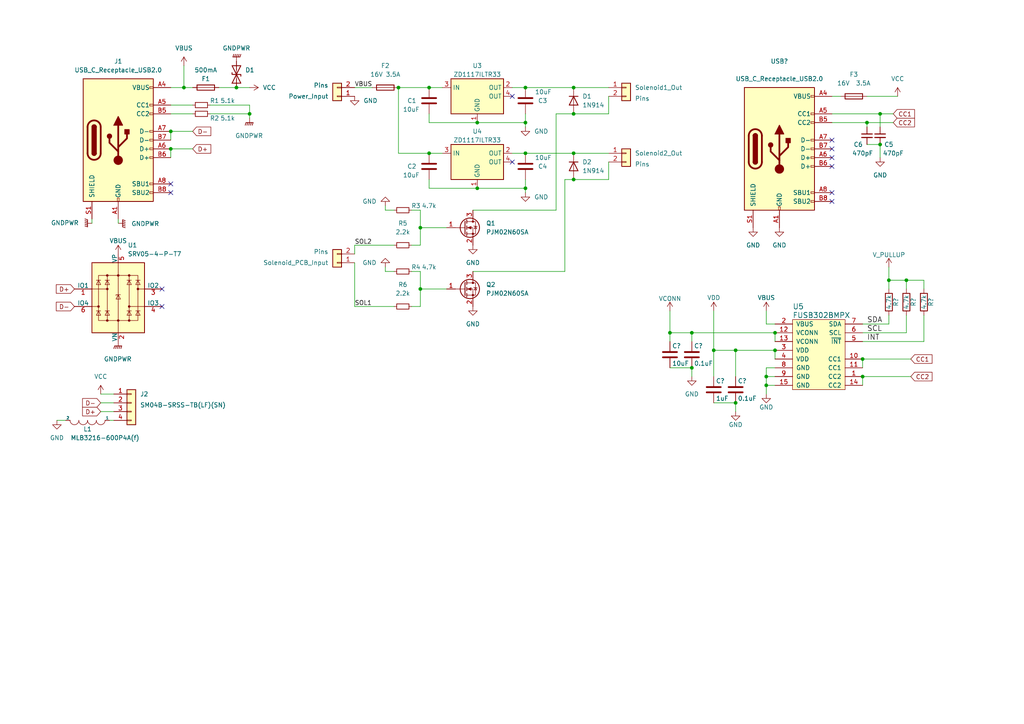
<source format=kicad_sch>
(kicad_sch (version 20211123) (generator eeschema)

  (uuid a1545928-1195-40b9-b3c4-78f837012afb)

  (paper "A4")

  (lib_symbols
    (symbol "Conn_01x04_1" (pin_names (offset 1.016) hide) (in_bom yes) (on_board yes)
      (property "Reference" "_" (id 0) (at 2.54 2.54 0)
        (effects (font (size 1.27 1.27)) (justify left))
      )
      (property "Value" "Conn_01x04_1" (id 1) (at 2.54 -0.635 0)
        (effects (font (size 1.27 1.27)) (justify left))
      )
      (property "Footprint" "" (id 2) (at 0 0 0)
        (effects (font (size 1.27 1.27)) hide)
      )
      (property "Datasheet" "~" (id 3) (at 0 0 0)
        (effects (font (size 1.27 1.27)) hide)
      )
      (property "ki_keywords" "connector" (id 4) (at 0 0 0)
        (effects (font (size 1.27 1.27)) hide)
      )
      (property "ki_description" "Generic connector, single row, 01x04, script generated (kicad-library-utils/schlib/autogen/connector/)" (id 5) (at 0 0 0)
        (effects (font (size 1.27 1.27)) hide)
      )
      (property "ki_fp_filters" "Connector*:*_1x??_*" (id 6) (at 0 0 0)
        (effects (font (size 1.27 1.27)) hide)
      )
      (symbol "Conn_01x04_1_1_1"
        (rectangle (start -1.27 0.127) (end 0 -0.127)
          (stroke (width 0.1524) (type default) (color 0 0 0 0))
          (fill (type none))
        )
        (rectangle (start -1.27 2.667) (end 0 2.413)
          (stroke (width 0.1524) (type default) (color 0 0 0 0))
          (fill (type none))
        )
        (rectangle (start -1.27 3.81) (end 1.27 -1.27)
          (stroke (width 0.254) (type default) (color 0 0 0 0))
          (fill (type background))
        )
        (pin passive line (at -5.08 2.54 0) (length 3.81)
          (name "Pin_1" (effects (font (size 1.27 1.27))))
          (number "1" (effects (font (size 1.27 1.27))))
        )
        (pin passive line (at -5.08 0 0) (length 3.81)
          (name "Pin_2" (effects (font (size 1.27 1.27))))
          (number "2" (effects (font (size 1.27 1.27))))
        )
      )
    )
    (symbol "Connector:USB_C_Receptacle_USB2.0" (pin_names (offset 1.016)) (in_bom yes) (on_board yes)
      (property "Reference" "J" (id 0) (at -10.16 19.05 0)
        (effects (font (size 1.27 1.27)) (justify left))
      )
      (property "Value" "USB_C_Receptacle_USB2.0" (id 1) (at 19.05 19.05 0)
        (effects (font (size 1.27 1.27)) (justify right))
      )
      (property "Footprint" "" (id 2) (at 3.81 0 0)
        (effects (font (size 1.27 1.27)) hide)
      )
      (property "Datasheet" "https://www.usb.org/sites/default/files/documents/usb_type-c.zip" (id 3) (at 3.81 0 0)
        (effects (font (size 1.27 1.27)) hide)
      )
      (property "ki_keywords" "usb universal serial bus type-C USB2.0" (id 4) (at 0 0 0)
        (effects (font (size 1.27 1.27)) hide)
      )
      (property "ki_description" "USB 2.0-only Type-C Receptacle connector" (id 5) (at 0 0 0)
        (effects (font (size 1.27 1.27)) hide)
      )
      (property "ki_fp_filters" "USB*C*Receptacle*" (id 6) (at 0 0 0)
        (effects (font (size 1.27 1.27)) hide)
      )
      (symbol "USB_C_Receptacle_USB2.0_0_0"
        (rectangle (start -0.254 -17.78) (end 0.254 -16.764)
          (stroke (width 0) (type default) (color 0 0 0 0))
          (fill (type none))
        )
        (rectangle (start 10.16 -14.986) (end 9.144 -15.494)
          (stroke (width 0) (type default) (color 0 0 0 0))
          (fill (type none))
        )
        (rectangle (start 10.16 -12.446) (end 9.144 -12.954)
          (stroke (width 0) (type default) (color 0 0 0 0))
          (fill (type none))
        )
        (rectangle (start 10.16 -4.826) (end 9.144 -5.334)
          (stroke (width 0) (type default) (color 0 0 0 0))
          (fill (type none))
        )
        (rectangle (start 10.16 -2.286) (end 9.144 -2.794)
          (stroke (width 0) (type default) (color 0 0 0 0))
          (fill (type none))
        )
        (rectangle (start 10.16 0.254) (end 9.144 -0.254)
          (stroke (width 0) (type default) (color 0 0 0 0))
          (fill (type none))
        )
        (rectangle (start 10.16 2.794) (end 9.144 2.286)
          (stroke (width 0) (type default) (color 0 0 0 0))
          (fill (type none))
        )
        (rectangle (start 10.16 7.874) (end 9.144 7.366)
          (stroke (width 0) (type default) (color 0 0 0 0))
          (fill (type none))
        )
        (rectangle (start 10.16 10.414) (end 9.144 9.906)
          (stroke (width 0) (type default) (color 0 0 0 0))
          (fill (type none))
        )
        (rectangle (start 10.16 15.494) (end 9.144 14.986)
          (stroke (width 0) (type default) (color 0 0 0 0))
          (fill (type none))
        )
      )
      (symbol "USB_C_Receptacle_USB2.0_0_1"
        (rectangle (start -10.16 17.78) (end 10.16 -17.78)
          (stroke (width 0.254) (type default) (color 0 0 0 0))
          (fill (type background))
        )
        (arc (start -8.89 -3.81) (mid -6.985 -5.715) (end -5.08 -3.81)
          (stroke (width 0.508) (type default) (color 0 0 0 0))
          (fill (type none))
        )
        (arc (start -7.62 -3.81) (mid -6.985 -4.445) (end -6.35 -3.81)
          (stroke (width 0.254) (type default) (color 0 0 0 0))
          (fill (type none))
        )
        (arc (start -7.62 -3.81) (mid -6.985 -4.445) (end -6.35 -3.81)
          (stroke (width 0.254) (type default) (color 0 0 0 0))
          (fill (type outline))
        )
        (rectangle (start -7.62 -3.81) (end -6.35 3.81)
          (stroke (width 0.254) (type default) (color 0 0 0 0))
          (fill (type outline))
        )
        (arc (start -6.35 3.81) (mid -6.985 4.445) (end -7.62 3.81)
          (stroke (width 0.254) (type default) (color 0 0 0 0))
          (fill (type none))
        )
        (arc (start -6.35 3.81) (mid -6.985 4.445) (end -7.62 3.81)
          (stroke (width 0.254) (type default) (color 0 0 0 0))
          (fill (type outline))
        )
        (arc (start -5.08 3.81) (mid -6.985 5.715) (end -8.89 3.81)
          (stroke (width 0.508) (type default) (color 0 0 0 0))
          (fill (type none))
        )
        (circle (center -2.54 1.143) (radius 0.635)
          (stroke (width 0.254) (type default) (color 0 0 0 0))
          (fill (type outline))
        )
        (circle (center 0 -5.842) (radius 1.27)
          (stroke (width 0) (type default) (color 0 0 0 0))
          (fill (type outline))
        )
        (polyline
          (pts
            (xy -8.89 -3.81)
            (xy -8.89 3.81)
          )
          (stroke (width 0.508) (type default) (color 0 0 0 0))
          (fill (type none))
        )
        (polyline
          (pts
            (xy -5.08 3.81)
            (xy -5.08 -3.81)
          )
          (stroke (width 0.508) (type default) (color 0 0 0 0))
          (fill (type none))
        )
        (polyline
          (pts
            (xy 0 -5.842)
            (xy 0 4.318)
          )
          (stroke (width 0.508) (type default) (color 0 0 0 0))
          (fill (type none))
        )
        (polyline
          (pts
            (xy 0 -3.302)
            (xy -2.54 -0.762)
            (xy -2.54 0.508)
          )
          (stroke (width 0.508) (type default) (color 0 0 0 0))
          (fill (type none))
        )
        (polyline
          (pts
            (xy 0 -2.032)
            (xy 2.54 0.508)
            (xy 2.54 1.778)
          )
          (stroke (width 0.508) (type default) (color 0 0 0 0))
          (fill (type none))
        )
        (polyline
          (pts
            (xy -1.27 4.318)
            (xy 0 6.858)
            (xy 1.27 4.318)
            (xy -1.27 4.318)
          )
          (stroke (width 0.254) (type default) (color 0 0 0 0))
          (fill (type outline))
        )
        (rectangle (start 1.905 1.778) (end 3.175 3.048)
          (stroke (width 0.254) (type default) (color 0 0 0 0))
          (fill (type outline))
        )
      )
      (symbol "USB_C_Receptacle_USB2.0_1_1"
        (pin passive line (at 0 -22.86 90) (length 5.08)
          (name "GND" (effects (font (size 1.27 1.27))))
          (number "A1" (effects (font (size 1.27 1.27))))
        )
        (pin passive line (at 0 -22.86 90) (length 5.08) hide
          (name "GND" (effects (font (size 1.27 1.27))))
          (number "A12" (effects (font (size 1.27 1.27))))
        )
        (pin passive line (at 15.24 15.24 180) (length 5.08)
          (name "VBUS" (effects (font (size 1.27 1.27))))
          (number "A4" (effects (font (size 1.27 1.27))))
        )
        (pin bidirectional line (at 15.24 10.16 180) (length 5.08)
          (name "CC1" (effects (font (size 1.27 1.27))))
          (number "A5" (effects (font (size 1.27 1.27))))
        )
        (pin bidirectional line (at 15.24 -2.54 180) (length 5.08)
          (name "D+" (effects (font (size 1.27 1.27))))
          (number "A6" (effects (font (size 1.27 1.27))))
        )
        (pin bidirectional line (at 15.24 2.54 180) (length 5.08)
          (name "D-" (effects (font (size 1.27 1.27))))
          (number "A7" (effects (font (size 1.27 1.27))))
        )
        (pin bidirectional line (at 15.24 -12.7 180) (length 5.08)
          (name "SBU1" (effects (font (size 1.27 1.27))))
          (number "A8" (effects (font (size 1.27 1.27))))
        )
        (pin passive line (at 15.24 15.24 180) (length 5.08) hide
          (name "VBUS" (effects (font (size 1.27 1.27))))
          (number "A9" (effects (font (size 1.27 1.27))))
        )
        (pin passive line (at 0 -22.86 90) (length 5.08) hide
          (name "GND" (effects (font (size 1.27 1.27))))
          (number "B1" (effects (font (size 1.27 1.27))))
        )
        (pin passive line (at 0 -22.86 90) (length 5.08) hide
          (name "GND" (effects (font (size 1.27 1.27))))
          (number "B12" (effects (font (size 1.27 1.27))))
        )
        (pin passive line (at 15.24 15.24 180) (length 5.08) hide
          (name "VBUS" (effects (font (size 1.27 1.27))))
          (number "B4" (effects (font (size 1.27 1.27))))
        )
        (pin bidirectional line (at 15.24 7.62 180) (length 5.08)
          (name "CC2" (effects (font (size 1.27 1.27))))
          (number "B5" (effects (font (size 1.27 1.27))))
        )
        (pin bidirectional line (at 15.24 -5.08 180) (length 5.08)
          (name "D+" (effects (font (size 1.27 1.27))))
          (number "B6" (effects (font (size 1.27 1.27))))
        )
        (pin bidirectional line (at 15.24 0 180) (length 5.08)
          (name "D-" (effects (font (size 1.27 1.27))))
          (number "B7" (effects (font (size 1.27 1.27))))
        )
        (pin bidirectional line (at 15.24 -15.24 180) (length 5.08)
          (name "SBU2" (effects (font (size 1.27 1.27))))
          (number "B8" (effects (font (size 1.27 1.27))))
        )
        (pin passive line (at 15.24 15.24 180) (length 5.08) hide
          (name "VBUS" (effects (font (size 1.27 1.27))))
          (number "B9" (effects (font (size 1.27 1.27))))
        )
        (pin passive line (at -7.62 -22.86 90) (length 5.08)
          (name "SHIELD" (effects (font (size 1.27 1.27))))
          (number "S1" (effects (font (size 1.27 1.27))))
        )
      )
    )
    (symbol "Connector_Generic:Conn_01x04" (pin_names (offset 1.016) hide) (in_bom yes) (on_board yes)
      (property "Reference" "J" (id 0) (at 0 5.08 0)
        (effects (font (size 1.27 1.27)))
      )
      (property "Value" "Conn_01x04" (id 1) (at 0 -7.62 0)
        (effects (font (size 1.27 1.27)))
      )
      (property "Footprint" "" (id 2) (at 0 0 0)
        (effects (font (size 1.27 1.27)) hide)
      )
      (property "Datasheet" "~" (id 3) (at 0 0 0)
        (effects (font (size 1.27 1.27)) hide)
      )
      (property "ki_keywords" "connector" (id 4) (at 0 0 0)
        (effects (font (size 1.27 1.27)) hide)
      )
      (property "ki_description" "Generic connector, single row, 01x04, script generated (kicad-library-utils/schlib/autogen/connector/)" (id 5) (at 0 0 0)
        (effects (font (size 1.27 1.27)) hide)
      )
      (property "ki_fp_filters" "Connector*:*_1x??_*" (id 6) (at 0 0 0)
        (effects (font (size 1.27 1.27)) hide)
      )
      (symbol "Conn_01x04_1_1"
        (rectangle (start -1.27 -4.953) (end 0 -5.207)
          (stroke (width 0.1524) (type default) (color 0 0 0 0))
          (fill (type none))
        )
        (rectangle (start -1.27 -2.413) (end 0 -2.667)
          (stroke (width 0.1524) (type default) (color 0 0 0 0))
          (fill (type none))
        )
        (rectangle (start -1.27 0.127) (end 0 -0.127)
          (stroke (width 0.1524) (type default) (color 0 0 0 0))
          (fill (type none))
        )
        (rectangle (start -1.27 2.667) (end 0 2.413)
          (stroke (width 0.1524) (type default) (color 0 0 0 0))
          (fill (type none))
        )
        (rectangle (start -1.27 3.81) (end 1.27 -6.35)
          (stroke (width 0.254) (type default) (color 0 0 0 0))
          (fill (type background))
        )
        (pin passive line (at -5.08 2.54 0) (length 3.81)
          (name "Pin_1" (effects (font (size 1.27 1.27))))
          (number "1" (effects (font (size 1.27 1.27))))
        )
        (pin passive line (at -5.08 0 0) (length 3.81)
          (name "Pin_2" (effects (font (size 1.27 1.27))))
          (number "2" (effects (font (size 1.27 1.27))))
        )
        (pin passive line (at -5.08 -2.54 0) (length 3.81)
          (name "Pin_3" (effects (font (size 1.27 1.27))))
          (number "3" (effects (font (size 1.27 1.27))))
        )
        (pin passive line (at -5.08 -5.08 0) (length 3.81)
          (name "Pin_4" (effects (font (size 1.27 1.27))))
          (number "4" (effects (font (size 1.27 1.27))))
        )
      )
    )
    (symbol "Device:C" (pin_numbers hide) (pin_names (offset 0.254)) (in_bom yes) (on_board yes)
      (property "Reference" "C" (id 0) (at 0.635 2.54 0)
        (effects (font (size 1.27 1.27)) (justify left))
      )
      (property "Value" "C" (id 1) (at 0.635 -2.54 0)
        (effects (font (size 1.27 1.27)) (justify left))
      )
      (property "Footprint" "" (id 2) (at 0.9652 -3.81 0)
        (effects (font (size 1.27 1.27)) hide)
      )
      (property "Datasheet" "~" (id 3) (at 0 0 0)
        (effects (font (size 1.27 1.27)) hide)
      )
      (property "ki_keywords" "cap capacitor" (id 4) (at 0 0 0)
        (effects (font (size 1.27 1.27)) hide)
      )
      (property "ki_description" "Unpolarized capacitor" (id 5) (at 0 0 0)
        (effects (font (size 1.27 1.27)) hide)
      )
      (property "ki_fp_filters" "C_*" (id 6) (at 0 0 0)
        (effects (font (size 1.27 1.27)) hide)
      )
      (symbol "C_0_1"
        (polyline
          (pts
            (xy -2.032 -0.762)
            (xy 2.032 -0.762)
          )
          (stroke (width 0.508) (type default) (color 0 0 0 0))
          (fill (type none))
        )
        (polyline
          (pts
            (xy -2.032 0.762)
            (xy 2.032 0.762)
          )
          (stroke (width 0.508) (type default) (color 0 0 0 0))
          (fill (type none))
        )
      )
      (symbol "C_1_1"
        (pin passive line (at 0 3.81 270) (length 2.794)
          (name "~" (effects (font (size 1.27 1.27))))
          (number "1" (effects (font (size 1.27 1.27))))
        )
        (pin passive line (at 0 -3.81 90) (length 2.794)
          (name "~" (effects (font (size 1.27 1.27))))
          (number "2" (effects (font (size 1.27 1.27))))
        )
      )
    )
    (symbol "Device:C_Small" (pin_numbers hide) (pin_names (offset 0.254) hide) (in_bom yes) (on_board yes)
      (property "Reference" "C" (id 0) (at 0.254 1.778 0)
        (effects (font (size 1.27 1.27)) (justify left))
      )
      (property "Value" "C_Small" (id 1) (at 0.254 -2.032 0)
        (effects (font (size 1.27 1.27)) (justify left))
      )
      (property "Footprint" "" (id 2) (at 0 0 0)
        (effects (font (size 1.27 1.27)) hide)
      )
      (property "Datasheet" "~" (id 3) (at 0 0 0)
        (effects (font (size 1.27 1.27)) hide)
      )
      (property "ki_keywords" "capacitor cap" (id 4) (at 0 0 0)
        (effects (font (size 1.27 1.27)) hide)
      )
      (property "ki_description" "Unpolarized capacitor, small symbol" (id 5) (at 0 0 0)
        (effects (font (size 1.27 1.27)) hide)
      )
      (property "ki_fp_filters" "C_*" (id 6) (at 0 0 0)
        (effects (font (size 1.27 1.27)) hide)
      )
      (symbol "C_Small_0_1"
        (polyline
          (pts
            (xy -1.524 -0.508)
            (xy 1.524 -0.508)
          )
          (stroke (width 0.3302) (type default) (color 0 0 0 0))
          (fill (type none))
        )
        (polyline
          (pts
            (xy -1.524 0.508)
            (xy 1.524 0.508)
          )
          (stroke (width 0.3048) (type default) (color 0 0 0 0))
          (fill (type none))
        )
      )
      (symbol "C_Small_1_1"
        (pin passive line (at 0 2.54 270) (length 2.032)
          (name "~" (effects (font (size 1.27 1.27))))
          (number "1" (effects (font (size 1.27 1.27))))
        )
        (pin passive line (at 0 -2.54 90) (length 2.032)
          (name "~" (effects (font (size 1.27 1.27))))
          (number "2" (effects (font (size 1.27 1.27))))
        )
      )
    )
    (symbol "Device:D_TVS" (pin_numbers hide) (pin_names (offset 1.016) hide) (in_bom yes) (on_board yes)
      (property "Reference" "D" (id 0) (at 0 2.54 0)
        (effects (font (size 1.27 1.27)))
      )
      (property "Value" "D_TVS" (id 1) (at 0 -2.54 0)
        (effects (font (size 1.27 1.27)))
      )
      (property "Footprint" "" (id 2) (at 0 0 0)
        (effects (font (size 1.27 1.27)) hide)
      )
      (property "Datasheet" "~" (id 3) (at 0 0 0)
        (effects (font (size 1.27 1.27)) hide)
      )
      (property "ki_keywords" "diode TVS thyrector" (id 4) (at 0 0 0)
        (effects (font (size 1.27 1.27)) hide)
      )
      (property "ki_description" "Bidirectional transient-voltage-suppression diode" (id 5) (at 0 0 0)
        (effects (font (size 1.27 1.27)) hide)
      )
      (property "ki_fp_filters" "TO-???* *_Diode_* *SingleDiode* D_*" (id 6) (at 0 0 0)
        (effects (font (size 1.27 1.27)) hide)
      )
      (symbol "D_TVS_0_1"
        (polyline
          (pts
            (xy 1.27 0)
            (xy -1.27 0)
          )
          (stroke (width 0) (type default) (color 0 0 0 0))
          (fill (type none))
        )
        (polyline
          (pts
            (xy 0.508 1.27)
            (xy 0 1.27)
            (xy 0 -1.27)
            (xy -0.508 -1.27)
          )
          (stroke (width 0.254) (type default) (color 0 0 0 0))
          (fill (type none))
        )
        (polyline
          (pts
            (xy -2.54 1.27)
            (xy -2.54 -1.27)
            (xy 2.54 1.27)
            (xy 2.54 -1.27)
            (xy -2.54 1.27)
          )
          (stroke (width 0.254) (type default) (color 0 0 0 0))
          (fill (type none))
        )
      )
      (symbol "D_TVS_1_1"
        (pin passive line (at -3.81 0 0) (length 2.54)
          (name "A1" (effects (font (size 1.27 1.27))))
          (number "1" (effects (font (size 1.27 1.27))))
        )
        (pin passive line (at 3.81 0 180) (length 2.54)
          (name "A2" (effects (font (size 1.27 1.27))))
          (number "2" (effects (font (size 1.27 1.27))))
        )
      )
    )
    (symbol "Device:Fuse" (pin_numbers hide) (pin_names (offset 0)) (in_bom yes) (on_board yes)
      (property "Reference" "F" (id 0) (at 2.032 0 90)
        (effects (font (size 1.27 1.27)))
      )
      (property "Value" "Fuse" (id 1) (at -1.905 0 90)
        (effects (font (size 1.27 1.27)))
      )
      (property "Footprint" "" (id 2) (at -1.778 0 90)
        (effects (font (size 1.27 1.27)) hide)
      )
      (property "Datasheet" "~" (id 3) (at 0 0 0)
        (effects (font (size 1.27 1.27)) hide)
      )
      (property "ki_keywords" "fuse" (id 4) (at 0 0 0)
        (effects (font (size 1.27 1.27)) hide)
      )
      (property "ki_description" "Fuse" (id 5) (at 0 0 0)
        (effects (font (size 1.27 1.27)) hide)
      )
      (property "ki_fp_filters" "*Fuse*" (id 6) (at 0 0 0)
        (effects (font (size 1.27 1.27)) hide)
      )
      (symbol "Fuse_0_1"
        (rectangle (start -0.762 -2.54) (end 0.762 2.54)
          (stroke (width 0.254) (type default) (color 0 0 0 0))
          (fill (type none))
        )
        (polyline
          (pts
            (xy 0 2.54)
            (xy 0 -2.54)
          )
          (stroke (width 0) (type default) (color 0 0 0 0))
          (fill (type none))
        )
      )
      (symbol "Fuse_1_1"
        (pin passive line (at 0 3.81 270) (length 1.27)
          (name "~" (effects (font (size 1.27 1.27))))
          (number "1" (effects (font (size 1.27 1.27))))
        )
        (pin passive line (at 0 -3.81 90) (length 1.27)
          (name "~" (effects (font (size 1.27 1.27))))
          (number "2" (effects (font (size 1.27 1.27))))
        )
      )
    )
    (symbol "Device:R" (pin_numbers hide) (pin_names (offset 0)) (in_bom yes) (on_board yes)
      (property "Reference" "R" (id 0) (at 2.032 0 90)
        (effects (font (size 1.27 1.27)))
      )
      (property "Value" "R" (id 1) (at 0 0 90)
        (effects (font (size 1.27 1.27)))
      )
      (property "Footprint" "" (id 2) (at -1.778 0 90)
        (effects (font (size 1.27 1.27)) hide)
      )
      (property "Datasheet" "~" (id 3) (at 0 0 0)
        (effects (font (size 1.27 1.27)) hide)
      )
      (property "ki_keywords" "R res resistor" (id 4) (at 0 0 0)
        (effects (font (size 1.27 1.27)) hide)
      )
      (property "ki_description" "Resistor" (id 5) (at 0 0 0)
        (effects (font (size 1.27 1.27)) hide)
      )
      (property "ki_fp_filters" "R_*" (id 6) (at 0 0 0)
        (effects (font (size 1.27 1.27)) hide)
      )
      (symbol "R_0_1"
        (rectangle (start -1.016 -2.54) (end 1.016 2.54)
          (stroke (width 0.254) (type default) (color 0 0 0 0))
          (fill (type none))
        )
      )
      (symbol "R_1_1"
        (pin passive line (at 0 3.81 270) (length 1.27)
          (name "~" (effects (font (size 1.27 1.27))))
          (number "1" (effects (font (size 1.27 1.27))))
        )
        (pin passive line (at 0 -3.81 90) (length 1.27)
          (name "~" (effects (font (size 1.27 1.27))))
          (number "2" (effects (font (size 1.27 1.27))))
        )
      )
    )
    (symbol "Device:R_Small" (pin_numbers hide) (pin_names (offset 0.254) hide) (in_bom yes) (on_board yes)
      (property "Reference" "R" (id 0) (at 0.762 0.508 0)
        (effects (font (size 1.27 1.27)) (justify left))
      )
      (property "Value" "R_Small" (id 1) (at 0.762 -1.016 0)
        (effects (font (size 1.27 1.27)) (justify left))
      )
      (property "Footprint" "" (id 2) (at 0 0 0)
        (effects (font (size 1.27 1.27)) hide)
      )
      (property "Datasheet" "~" (id 3) (at 0 0 0)
        (effects (font (size 1.27 1.27)) hide)
      )
      (property "ki_keywords" "R resistor" (id 4) (at 0 0 0)
        (effects (font (size 1.27 1.27)) hide)
      )
      (property "ki_description" "Resistor, small symbol" (id 5) (at 0 0 0)
        (effects (font (size 1.27 1.27)) hide)
      )
      (property "ki_fp_filters" "R_*" (id 6) (at 0 0 0)
        (effects (font (size 1.27 1.27)) hide)
      )
      (symbol "R_Small_0_1"
        (rectangle (start -0.762 1.778) (end 0.762 -1.778)
          (stroke (width 0.2032) (type default) (color 0 0 0 0))
          (fill (type none))
        )
      )
      (symbol "R_Small_1_1"
        (pin passive line (at 0 2.54 270) (length 0.762)
          (name "~" (effects (font (size 1.27 1.27))))
          (number "1" (effects (font (size 1.27 1.27))))
        )
        (pin passive line (at 0 -2.54 90) (length 0.762)
          (name "~" (effects (font (size 1.27 1.27))))
          (number "2" (effects (font (size 1.27 1.27))))
        )
      )
    )
    (symbol "Diode:1N914" (pin_numbers hide) (pin_names hide) (in_bom yes) (on_board yes)
      (property "Reference" "D" (id 0) (at 0 2.54 0)
        (effects (font (size 1.27 1.27)))
      )
      (property "Value" "1N914" (id 1) (at 0 -2.54 0)
        (effects (font (size 1.27 1.27)))
      )
      (property "Footprint" "Diode_THT:D_DO-35_SOD27_P7.62mm_Horizontal" (id 2) (at 0 -4.445 0)
        (effects (font (size 1.27 1.27)) hide)
      )
      (property "Datasheet" "http://www.vishay.com/docs/85622/1n914.pdf" (id 3) (at 0 0 0)
        (effects (font (size 1.27 1.27)) hide)
      )
      (property "ki_keywords" "diode" (id 4) (at 0 0 0)
        (effects (font (size 1.27 1.27)) hide)
      )
      (property "ki_description" "100V 0.3A Small Signal Fast Switching Diode, DO-35" (id 5) (at 0 0 0)
        (effects (font (size 1.27 1.27)) hide)
      )
      (property "ki_fp_filters" "D*DO?35*" (id 6) (at 0 0 0)
        (effects (font (size 1.27 1.27)) hide)
      )
      (symbol "1N914_0_1"
        (polyline
          (pts
            (xy -1.27 1.27)
            (xy -1.27 -1.27)
          )
          (stroke (width 0.254) (type default) (color 0 0 0 0))
          (fill (type none))
        )
        (polyline
          (pts
            (xy 1.27 0)
            (xy -1.27 0)
          )
          (stroke (width 0) (type default) (color 0 0 0 0))
          (fill (type none))
        )
        (polyline
          (pts
            (xy 1.27 1.27)
            (xy 1.27 -1.27)
            (xy -1.27 0)
            (xy 1.27 1.27)
          )
          (stroke (width 0.254) (type default) (color 0 0 0 0))
          (fill (type none))
        )
      )
      (symbol "1N914_1_1"
        (pin passive line (at -3.81 0 0) (length 2.54)
          (name "K" (effects (font (size 1.27 1.27))))
          (number "1" (effects (font (size 1.27 1.27))))
        )
        (pin passive line (at 3.81 0 180) (length 2.54)
          (name "A" (effects (font (size 1.27 1.27))))
          (number "2" (effects (font (size 1.27 1.27))))
        )
      )
    )
    (symbol "GND_1" (power) (pin_names (offset 0)) (in_bom yes) (on_board yes)
      (property "Reference" "#PWR" (id 0) (at 0 -6.35 0)
        (effects (font (size 1.27 1.27)) hide)
      )
      (property "Value" "GND_1" (id 1) (at 0 -3.81 0)
        (effects (font (size 1.27 1.27)))
      )
      (property "Footprint" "" (id 2) (at 0 0 0)
        (effects (font (size 1.27 1.27)) hide)
      )
      (property "Datasheet" "" (id 3) (at 0 0 0)
        (effects (font (size 1.27 1.27)) hide)
      )
      (property "ki_keywords" "global power" (id 4) (at 0 0 0)
        (effects (font (size 1.27 1.27)) hide)
      )
      (property "ki_description" "Power symbol creates a global label with name \"GND\" , ground" (id 5) (at 0 0 0)
        (effects (font (size 1.27 1.27)) hide)
      )
      (symbol "GND_1_0_1"
        (polyline
          (pts
            (xy 0 0)
            (xy 0 -1.27)
            (xy 1.27 -1.27)
            (xy 0 -2.54)
            (xy -1.27 -1.27)
            (xy 0 -1.27)
          )
          (stroke (width 0) (type default) (color 0 0 0 0))
          (fill (type none))
        )
      )
      (symbol "GND_1_1_1"
        (pin power_in line (at 0 0 270) (length 0) hide
          (name "GND" (effects (font (size 1.27 1.27))))
          (number "1" (effects (font (size 1.27 1.27))))
        )
      )
    )
    (symbol "GND_2" (power) (pin_names (offset 0)) (in_bom yes) (on_board yes)
      (property "Reference" "#PWR" (id 0) (at 0 -6.35 0)
        (effects (font (size 1.27 1.27)) hide)
      )
      (property "Value" "GND_2" (id 1) (at 0 -3.81 0)
        (effects (font (size 1.27 1.27)))
      )
      (property "Footprint" "" (id 2) (at 0 0 0)
        (effects (font (size 1.27 1.27)) hide)
      )
      (property "Datasheet" "" (id 3) (at 0 0 0)
        (effects (font (size 1.27 1.27)) hide)
      )
      (property "ki_keywords" "global power" (id 4) (at 0 0 0)
        (effects (font (size 1.27 1.27)) hide)
      )
      (property "ki_description" "Power symbol creates a global label with name \"GND\" , ground" (id 5) (at 0 0 0)
        (effects (font (size 1.27 1.27)) hide)
      )
      (symbol "GND_2_0_1"
        (polyline
          (pts
            (xy 0 0)
            (xy 0 -1.27)
            (xy 1.27 -1.27)
            (xy 0 -2.54)
            (xy -1.27 -1.27)
            (xy 0 -1.27)
          )
          (stroke (width 0) (type default) (color 0 0 0 0))
          (fill (type none))
        )
      )
      (symbol "GND_2_1_1"
        (pin power_in line (at 0 0 270) (length 0) hide
          (name "GND" (effects (font (size 1.27 1.27))))
          (number "1" (effects (font (size 1.27 1.27))))
        )
      )
    )
    (symbol "Jason_Custom_Home:FUSB302MPX" (pin_names (offset 1.016)) (in_bom yes) (on_board yes)
      (property "Reference" "U5" (id 0) (at -7.62 13.97 0)
        (effects (font (size 1.524 1.524)) (justify left))
      )
      (property "Value" "FUSB302BMPX" (id 1) (at -7.62 11.43 0)
        (effects (font (size 1.524 1.524)) (justify left))
      )
      (property "Footprint" "Reclaimer_Labs:MLP_14" (id 2) (at 8.89 10.16 0)
        (effects (font (size 1.524 1.524)) hide)
      )
      (property "Datasheet" "" (id 3) (at 8.89 10.16 0)
        (effects (font (size 1.524 1.524)))
      )
      (property "LCSC" "C132291" (id 4) (at 0 0 0)
        (effects (font (size 1.27 1.27)) hide)
      )
      (symbol "FUSB302MPX_0_1"
        (rectangle (start -7.62 -10.16) (end 7.62 10.16)
          (stroke (width 0) (type default) (color 0 0 0 0))
          (fill (type background))
        )
      )
      (symbol "FUSB302MPX_1_1"
        (pin bidirectional line (at 12.7 -6.35 180) (length 5.08)
          (name "CC2" (effects (font (size 1.27 1.27))))
          (number "1" (effects (font (size 1.27 1.27))))
        )
        (pin power_in line (at 12.7 -1.27 180) (length 5.08)
          (name "CC1" (effects (font (size 1.27 1.27))))
          (number "10" (effects (font (size 1.27 1.27))))
        )
        (pin bidirectional line (at 12.7 -3.81 180) (length 5.08)
          (name "CC1" (effects (font (size 1.27 1.27))))
          (number "11" (effects (font (size 1.27 1.27))))
        )
        (pin power_in line (at -12.7 6.35 0) (length 5.08)
          (name "VCONN" (effects (font (size 1.27 1.27))))
          (number "12" (effects (font (size 1.27 1.27))))
        )
        (pin power_in line (at -12.7 3.81 0) (length 5.08)
          (name "VCONN" (effects (font (size 1.27 1.27))))
          (number "13" (effects (font (size 1.27 1.27))))
        )
        (pin power_in line (at 12.7 -8.89 180) (length 5.08)
          (name "CC2" (effects (font (size 1.27 1.27))))
          (number "14" (effects (font (size 1.27 1.27))))
        )
        (pin power_in line (at -12.7 -8.89 0) (length 5.08)
          (name "GND" (effects (font (size 1.27 1.27))))
          (number "15" (effects (font (size 1.27 1.27))))
        )
        (pin power_in line (at -12.7 8.89 0) (length 5.08)
          (name "VBUS" (effects (font (size 1.27 1.27))))
          (number "2" (effects (font (size 1.27 1.27))))
        )
        (pin power_in line (at -12.7 1.27 0) (length 5.08)
          (name "VDD" (effects (font (size 1.27 1.27))))
          (number "3" (effects (font (size 1.27 1.27))))
        )
        (pin power_in line (at -12.7 -1.27 0) (length 5.08)
          (name "VDD" (effects (font (size 1.27 1.27))))
          (number "4" (effects (font (size 1.27 1.27))))
        )
        (pin open_collector line (at 12.7 3.81 180) (length 5.08)
          (name "~{INT}" (effects (font (size 1.27 1.27))))
          (number "5" (effects (font (size 1.27 1.27))))
        )
        (pin input line (at 12.7 6.35 180) (length 5.08)
          (name "SCL" (effects (font (size 1.27 1.27))))
          (number "6" (effects (font (size 1.27 1.27))))
        )
        (pin open_collector line (at 12.7 8.89 180) (length 5.08)
          (name "SDA" (effects (font (size 1.27 1.27))))
          (number "7" (effects (font (size 1.27 1.27))))
        )
        (pin power_in line (at -12.7 -3.81 0) (length 5.08)
          (name "GND" (effects (font (size 1.27 1.27))))
          (number "8" (effects (font (size 1.27 1.27))))
        )
        (pin power_in line (at -12.7 -6.35 0) (length 5.08)
          (name "GND" (effects (font (size 1.27 1.27))))
          (number "9" (effects (font (size 1.27 1.27))))
        )
      )
    )
    (symbol "Jason_Custom_Home:VCONN" (power) (pin_names (offset 0)) (in_bom yes) (on_board yes)
      (property "Reference" "#PWR" (id 0) (at 0 -3.81 0)
        (effects (font (size 1.27 1.27)) hide)
      )
      (property "Value" "Jason_Custom_Home_VCONN" (id 1) (at 0 3.556 0)
        (effects (font (size 1.27 1.27)))
      )
      (property "Footprint" "" (id 2) (at 0 0 0)
        (effects (font (size 1.27 1.27)))
      )
      (property "Datasheet" "" (id 3) (at 0 0 0)
        (effects (font (size 1.27 1.27)))
      )
      (symbol "VCONN_0_1"
        (polyline
          (pts
            (xy -0.762 1.27)
            (xy 0 2.54)
          )
          (stroke (width 0) (type default) (color 0 0 0 0))
          (fill (type none))
        )
        (polyline
          (pts
            (xy 0 0)
            (xy 0 2.54)
          )
          (stroke (width 0) (type default) (color 0 0 0 0))
          (fill (type none))
        )
        (polyline
          (pts
            (xy 0 2.54)
            (xy 0.762 1.27)
          )
          (stroke (width 0) (type default) (color 0 0 0 0))
          (fill (type none))
        )
      )
      (symbol "VCONN_1_1"
        (pin power_in line (at 0 0 90) (length 0) hide
          (name "VCONN" (effects (font (size 1.27 1.27))))
          (number "1" (effects (font (size 1.27 1.27))))
        )
      )
    )
    (symbol "Jason_Custom_Home:V_PULLUP" (power) (pin_names (offset 0)) (in_bom yes) (on_board yes)
      (property "Reference" "#PWR" (id 0) (at 0 -3.81 0)
        (effects (font (size 1.27 1.27)) hide)
      )
      (property "Value" "Jason_Custom_Home_V_PULLUP" (id 1) (at 0 3.556 0)
        (effects (font (size 1.27 1.27)))
      )
      (property "Footprint" "" (id 2) (at 0 0 0)
        (effects (font (size 1.27 1.27)))
      )
      (property "Datasheet" "" (id 3) (at 0 0 0)
        (effects (font (size 1.27 1.27)))
      )
      (symbol "V_PULLUP_0_1"
        (polyline
          (pts
            (xy -0.762 1.27)
            (xy 0 2.54)
          )
          (stroke (width 0) (type default) (color 0 0 0 0))
          (fill (type none))
        )
        (polyline
          (pts
            (xy 0 0)
            (xy 0 2.54)
          )
          (stroke (width 0) (type default) (color 0 0 0 0))
          (fill (type none))
        )
        (polyline
          (pts
            (xy 0 2.54)
            (xy 0.762 1.27)
          )
          (stroke (width 0) (type default) (color 0 0 0 0))
          (fill (type none))
        )
      )
      (symbol "V_PULLUP_1_1"
        (pin power_in line (at 0 0 90) (length 0) hide
          (name "V_PULLUP" (effects (font (size 1.27 1.27))))
          (number "1" (effects (font (size 1.27 1.27))))
        )
      )
    )
    (symbol "LT1963AxST-3.3_2" (in_bom yes) (on_board yes)
      (property "Reference" "U?" (id 0) (at 0 10.16 0)
        (effects (font (size 1.27 1.27)))
      )
      (property "Value" "LT1963AxST-3.3_2" (id 1) (at 0 7.62 0)
        (effects (font (size 1.27 1.27)))
      )
      (property "Footprint" "Package_TO_SOT_SMD:SOT-223-3_TabPin2" (id 2) (at 0 -11.43 0)
        (effects (font (size 1.27 1.27)) hide)
      )
      (property "Datasheet" "https://www.analog.com/media/en/technical-documentation/data-sheets/1963aff.pdf" (id 3) (at 0 -13.97 0)
        (effects (font (size 1.27 1.27)) hide)
      )
      (property "ki_keywords" "LDO voltage regulator fixed" (id 4) (at 0 0 0)
        (effects (font (size 1.27 1.27)) hide)
      )
      (property "ki_description" "3.3V, 1.5A, Low Noise, Fast Transient Response LDO Regulator, SOT-223" (id 5) (at 0 0 0)
        (effects (font (size 1.27 1.27)) hide)
      )
      (property "ki_fp_filters" "SOT*223*" (id 6) (at 0 0 0)
        (effects (font (size 1.27 1.27)) hide)
      )
      (symbol "LT1963AxST-3.3_2_0_1"
        (rectangle (start -7.62 5.08) (end 7.62 -5.08)
          (stroke (width 0.254) (type default) (color 0 0 0 0))
          (fill (type background))
        )
      )
      (symbol "LT1963AxST-3.3_2_1_1"
        (pin power_in line (at 0 -7.62 90) (length 2.54)
          (name "GND" (effects (font (size 1.27 1.27))))
          (number "1" (effects (font (size 1.27 1.27))))
        )
        (pin power_out line (at 10.16 2.54 180) (length 2.54)
          (name "OUT" (effects (font (size 1.27 1.27))))
          (number "2" (effects (font (size 1.27 1.27))))
        )
        (pin power_in line (at -10.16 2.54 0) (length 2.54)
          (name "IN" (effects (font (size 1.27 1.27))))
          (number "3" (effects (font (size 1.27 1.27))))
        )
        (pin power_out line (at 10.16 0 180) (length 2.54)
          (name "OUT" (effects (font (size 1.27 1.27))))
          (number "4" (effects (font (size 1.27 1.27))))
        )
      )
    )
    (symbol "Transistor_FET:2N7002E" (pin_names hide) (in_bom yes) (on_board yes)
      (property "Reference" "Q" (id 0) (at 5.08 1.905 0)
        (effects (font (size 1.27 1.27)) (justify left))
      )
      (property "Value" "2N7002E" (id 1) (at 5.08 0 0)
        (effects (font (size 1.27 1.27)) (justify left))
      )
      (property "Footprint" "Package_TO_SOT_SMD:SOT-23" (id 2) (at 5.08 -1.905 0)
        (effects (font (size 1.27 1.27) italic) (justify left) hide)
      )
      (property "Datasheet" "http://www.diodes.com/assets/Datasheets/ds30376.pdf" (id 3) (at 0 0 0)
        (effects (font (size 1.27 1.27)) (justify left) hide)
      )
      (property "ki_keywords" "N-Channel MOSFET" (id 4) (at 0 0 0)
        (effects (font (size 1.27 1.27)) hide)
      )
      (property "ki_description" "0.24A Id, 60V Vds, N-Channel MOSFET, SOT-23" (id 5) (at 0 0 0)
        (effects (font (size 1.27 1.27)) hide)
      )
      (property "ki_fp_filters" "SOT?23*" (id 6) (at 0 0 0)
        (effects (font (size 1.27 1.27)) hide)
      )
      (symbol "2N7002E_0_1"
        (polyline
          (pts
            (xy 0.254 0)
            (xy -2.54 0)
          )
          (stroke (width 0) (type default) (color 0 0 0 0))
          (fill (type none))
        )
        (polyline
          (pts
            (xy 0.254 1.905)
            (xy 0.254 -1.905)
          )
          (stroke (width 0.254) (type default) (color 0 0 0 0))
          (fill (type none))
        )
        (polyline
          (pts
            (xy 0.762 -1.27)
            (xy 0.762 -2.286)
          )
          (stroke (width 0.254) (type default) (color 0 0 0 0))
          (fill (type none))
        )
        (polyline
          (pts
            (xy 0.762 0.508)
            (xy 0.762 -0.508)
          )
          (stroke (width 0.254) (type default) (color 0 0 0 0))
          (fill (type none))
        )
        (polyline
          (pts
            (xy 0.762 2.286)
            (xy 0.762 1.27)
          )
          (stroke (width 0.254) (type default) (color 0 0 0 0))
          (fill (type none))
        )
        (polyline
          (pts
            (xy 2.54 2.54)
            (xy 2.54 1.778)
          )
          (stroke (width 0) (type default) (color 0 0 0 0))
          (fill (type none))
        )
        (polyline
          (pts
            (xy 2.54 -2.54)
            (xy 2.54 0)
            (xy 0.762 0)
          )
          (stroke (width 0) (type default) (color 0 0 0 0))
          (fill (type none))
        )
        (polyline
          (pts
            (xy 0.762 -1.778)
            (xy 3.302 -1.778)
            (xy 3.302 1.778)
            (xy 0.762 1.778)
          )
          (stroke (width 0) (type default) (color 0 0 0 0))
          (fill (type none))
        )
        (polyline
          (pts
            (xy 1.016 0)
            (xy 2.032 0.381)
            (xy 2.032 -0.381)
            (xy 1.016 0)
          )
          (stroke (width 0) (type default) (color 0 0 0 0))
          (fill (type outline))
        )
        (polyline
          (pts
            (xy 2.794 0.508)
            (xy 2.921 0.381)
            (xy 3.683 0.381)
            (xy 3.81 0.254)
          )
          (stroke (width 0) (type default) (color 0 0 0 0))
          (fill (type none))
        )
        (polyline
          (pts
            (xy 3.302 0.381)
            (xy 2.921 -0.254)
            (xy 3.683 -0.254)
            (xy 3.302 0.381)
          )
          (stroke (width 0) (type default) (color 0 0 0 0))
          (fill (type none))
        )
        (circle (center 1.651 0) (radius 2.794)
          (stroke (width 0.254) (type default) (color 0 0 0 0))
          (fill (type none))
        )
        (circle (center 2.54 -1.778) (radius 0.254)
          (stroke (width 0) (type default) (color 0 0 0 0))
          (fill (type outline))
        )
        (circle (center 2.54 1.778) (radius 0.254)
          (stroke (width 0) (type default) (color 0 0 0 0))
          (fill (type outline))
        )
      )
      (symbol "2N7002E_1_1"
        (pin input line (at -5.08 0 0) (length 2.54)
          (name "G" (effects (font (size 1.27 1.27))))
          (number "1" (effects (font (size 1.27 1.27))))
        )
        (pin passive line (at 2.54 -5.08 90) (length 2.54)
          (name "S" (effects (font (size 1.27 1.27))))
          (number "2" (effects (font (size 1.27 1.27))))
        )
        (pin passive line (at 2.54 5.08 270) (length 2.54)
          (name "D" (effects (font (size 1.27 1.27))))
          (number "3" (effects (font (size 1.27 1.27))))
        )
      )
    )
    (symbol "VCC_1" (power) (pin_names (offset 0)) (in_bom yes) (on_board yes)
      (property "Reference" "#PWR" (id 0) (at 0 -3.81 0)
        (effects (font (size 1.27 1.27)) hide)
      )
      (property "Value" "VCC_1" (id 1) (at 0 3.81 0)
        (effects (font (size 1.27 1.27)))
      )
      (property "Footprint" "" (id 2) (at 0 0 0)
        (effects (font (size 1.27 1.27)) hide)
      )
      (property "Datasheet" "" (id 3) (at 0 0 0)
        (effects (font (size 1.27 1.27)) hide)
      )
      (property "ki_keywords" "global power" (id 4) (at 0 0 0)
        (effects (font (size 1.27 1.27)) hide)
      )
      (property "ki_description" "Power symbol creates a global label with name \"VCC\"" (id 5) (at 0 0 0)
        (effects (font (size 1.27 1.27)) hide)
      )
      (symbol "VCC_1_0_1"
        (polyline
          (pts
            (xy -0.762 1.27)
            (xy 0 2.54)
          )
          (stroke (width 0) (type default) (color 0 0 0 0))
          (fill (type none))
        )
        (polyline
          (pts
            (xy 0 0)
            (xy 0 2.54)
          )
          (stroke (width 0) (type default) (color 0 0 0 0))
          (fill (type none))
        )
        (polyline
          (pts
            (xy 0 2.54)
            (xy 0.762 1.27)
          )
          (stroke (width 0) (type default) (color 0 0 0 0))
          (fill (type none))
        )
      )
      (symbol "VCC_1_1_1"
        (pin power_in line (at 0 0 90) (length 0) hide
          (name "VCC" (effects (font (size 1.27 1.27))))
          (number "1" (effects (font (size 1.27 1.27))))
        )
      )
    )
    (symbol "marbastlib-various:SRV05-4" (pin_names (offset 0)) (in_bom yes) (on_board yes)
      (property "Reference" "U" (id 0) (at -5.08 11.43 0)
        (effects (font (size 1.27 1.27)) (justify right))
      )
      (property "Value" "SRV05-4" (id 1) (at 2.54 11.43 0)
        (effects (font (size 1.27 1.27)) (justify left))
      )
      (property "Footprint" "marbastlib-various:SOT-23-6-routable" (id 2) (at 17.78 -11.43 0)
        (effects (font (size 1.27 1.27)) hide)
      )
      (property "Datasheet" "http://www.onsemi.com/pub/Collateral/SRV05-4-D.PDF" (id 3) (at 0 0 0)
        (effects (font (size 1.27 1.27)) hide)
      )
      (property "ki_keywords" "ESD protection diodes" (id 4) (at 0 0 0)
        (effects (font (size 1.27 1.27)) hide)
      )
      (property "ki_description" "ESD Protection Diodes with Low Clamping Voltage, SOT-23-6" (id 5) (at 0 0 0)
        (effects (font (size 1.27 1.27)) hide)
      )
      (property "ki_fp_filters" "SOT?23*" (id 6) (at 0 0 0)
        (effects (font (size 1.27 1.27)) hide)
      )
      (symbol "SRV05-4_0_0"
        (rectangle (start -5.715 6.477) (end 5.715 -6.604)
          (stroke (width 0) (type default) (color 0 0 0 0))
          (fill (type none))
        )
        (polyline
          (pts
            (xy -3.175 -6.604)
            (xy -3.175 6.477)
          )
          (stroke (width 0) (type default) (color 0 0 0 0))
          (fill (type none))
        )
        (polyline
          (pts
            (xy 3.175 6.477)
            (xy 3.175 -6.604)
          )
          (stroke (width 0) (type default) (color 0 0 0 0))
          (fill (type none))
        )
      )
      (symbol "SRV05-4_0_1"
        (rectangle (start -7.62 10.16) (end 7.62 -10.16)
          (stroke (width 0.254) (type default) (color 0 0 0 0))
          (fill (type background))
        )
        (circle (center -5.715 -2.54) (radius 0.2794)
          (stroke (width 0) (type default) (color 0 0 0 0))
          (fill (type outline))
        )
        (circle (center -3.175 -6.604) (radius 0.2794)
          (stroke (width 0) (type default) (color 0 0 0 0))
          (fill (type outline))
        )
        (circle (center -3.175 2.54) (radius 0.2794)
          (stroke (width 0) (type default) (color 0 0 0 0))
          (fill (type outline))
        )
        (circle (center -3.175 6.477) (radius 0.2794)
          (stroke (width 0) (type default) (color 0 0 0 0))
          (fill (type outline))
        )
        (circle (center 0 -6.604) (radius 0.2794)
          (stroke (width 0) (type default) (color 0 0 0 0))
          (fill (type outline))
        )
        (polyline
          (pts
            (xy -7.747 2.54)
            (xy -3.175 2.54)
          )
          (stroke (width 0) (type default) (color 0 0 0 0))
          (fill (type none))
        )
        (polyline
          (pts
            (xy -7.62 -2.54)
            (xy -5.715 -2.54)
          )
          (stroke (width 0) (type default) (color 0 0 0 0))
          (fill (type none))
        )
        (polyline
          (pts
            (xy -5.08 -3.81)
            (xy -6.35 -3.81)
          )
          (stroke (width 0) (type default) (color 0 0 0 0))
          (fill (type none))
        )
        (polyline
          (pts
            (xy -5.08 5.08)
            (xy -6.35 5.08)
          )
          (stroke (width 0) (type default) (color 0 0 0 0))
          (fill (type none))
        )
        (polyline
          (pts
            (xy -2.54 -3.81)
            (xy -3.81 -3.81)
          )
          (stroke (width 0) (type default) (color 0 0 0 0))
          (fill (type none))
        )
        (polyline
          (pts
            (xy -2.54 5.08)
            (xy -3.81 5.08)
          )
          (stroke (width 0) (type default) (color 0 0 0 0))
          (fill (type none))
        )
        (polyline
          (pts
            (xy 0 10.16)
            (xy 0 -10.16)
          )
          (stroke (width 0) (type default) (color 0 0 0 0))
          (fill (type none))
        )
        (polyline
          (pts
            (xy 3.81 -3.81)
            (xy 2.54 -3.81)
          )
          (stroke (width 0) (type default) (color 0 0 0 0))
          (fill (type none))
        )
        (polyline
          (pts
            (xy 3.81 5.08)
            (xy 2.54 5.08)
          )
          (stroke (width 0) (type default) (color 0 0 0 0))
          (fill (type none))
        )
        (polyline
          (pts
            (xy 6.35 -3.81)
            (xy 5.08 -3.81)
          )
          (stroke (width 0) (type default) (color 0 0 0 0))
          (fill (type none))
        )
        (polyline
          (pts
            (xy 6.35 5.08)
            (xy 5.08 5.08)
          )
          (stroke (width 0) (type default) (color 0 0 0 0))
          (fill (type none))
        )
        (polyline
          (pts
            (xy 7.62 -2.54)
            (xy 3.175 -2.54)
          )
          (stroke (width 0) (type default) (color 0 0 0 0))
          (fill (type none))
        )
        (polyline
          (pts
            (xy 7.62 2.54)
            (xy 5.715 2.54)
          )
          (stroke (width 0) (type default) (color 0 0 0 0))
          (fill (type none))
        )
        (polyline
          (pts
            (xy 0.635 0.889)
            (xy -0.635 0.889)
            (xy -0.635 0.635)
          )
          (stroke (width 0) (type default) (color 0 0 0 0))
          (fill (type none))
        )
        (polyline
          (pts
            (xy -5.08 -5.08)
            (xy -6.35 -5.08)
            (xy -5.715 -3.81)
            (xy -5.08 -5.08)
          )
          (stroke (width 0) (type default) (color 0 0 0 0))
          (fill (type none))
        )
        (polyline
          (pts
            (xy -5.08 3.81)
            (xy -6.35 3.81)
            (xy -5.715 5.08)
            (xy -5.08 3.81)
          )
          (stroke (width 0) (type default) (color 0 0 0 0))
          (fill (type none))
        )
        (polyline
          (pts
            (xy -2.54 -5.08)
            (xy -3.81 -5.08)
            (xy -3.175 -3.81)
            (xy -2.54 -5.08)
          )
          (stroke (width 0) (type default) (color 0 0 0 0))
          (fill (type none))
        )
        (polyline
          (pts
            (xy -2.54 3.81)
            (xy -3.81 3.81)
            (xy -3.175 5.08)
            (xy -2.54 3.81)
          )
          (stroke (width 0) (type default) (color 0 0 0 0))
          (fill (type none))
        )
        (polyline
          (pts
            (xy 0.635 -0.381)
            (xy -0.635 -0.381)
            (xy 0 0.889)
            (xy 0.635 -0.381)
          )
          (stroke (width 0) (type default) (color 0 0 0 0))
          (fill (type none))
        )
        (polyline
          (pts
            (xy 3.81 -5.08)
            (xy 2.54 -5.08)
            (xy 3.175 -3.81)
            (xy 3.81 -5.08)
          )
          (stroke (width 0) (type default) (color 0 0 0 0))
          (fill (type none))
        )
        (polyline
          (pts
            (xy 3.81 3.81)
            (xy 2.54 3.81)
            (xy 3.175 5.08)
            (xy 3.81 3.81)
          )
          (stroke (width 0) (type default) (color 0 0 0 0))
          (fill (type none))
        )
        (polyline
          (pts
            (xy 6.35 -5.08)
            (xy 5.08 -5.08)
            (xy 5.715 -3.81)
            (xy 6.35 -5.08)
          )
          (stroke (width 0) (type default) (color 0 0 0 0))
          (fill (type none))
        )
        (polyline
          (pts
            (xy 6.35 3.81)
            (xy 5.08 3.81)
            (xy 5.715 5.08)
            (xy 6.35 3.81)
          )
          (stroke (width 0) (type default) (color 0 0 0 0))
          (fill (type none))
        )
        (circle (center 0 6.477) (radius 0.2794)
          (stroke (width 0) (type default) (color 0 0 0 0))
          (fill (type outline))
        )
        (circle (center 3.175 -6.604) (radius 0.2794)
          (stroke (width 0) (type default) (color 0 0 0 0))
          (fill (type outline))
        )
        (circle (center 3.175 -2.54) (radius 0.2794)
          (stroke (width 0) (type default) (color 0 0 0 0))
          (fill (type outline))
        )
        (circle (center 3.175 6.477) (radius 0.2794)
          (stroke (width 0) (type default) (color 0 0 0 0))
          (fill (type outline))
        )
        (circle (center 5.715 2.54) (radius 0.2794)
          (stroke (width 0) (type default) (color 0 0 0 0))
          (fill (type outline))
        )
      )
      (symbol "SRV05-4_1_1"
        (pin passive line (at -12.7 2.54 0) (length 5.08)
          (name "IO1" (effects (font (size 1.27 1.27))))
          (number "1" (effects (font (size 1.27 1.27))))
        )
        (pin passive line (at 0 -12.7 90) (length 2.54)
          (name "VN" (effects (font (size 1.27 1.27))))
          (number "2" (effects (font (size 1.27 1.27))))
        )
        (pin passive line (at 12.7 2.54 180) (length 5.08)
          (name "IO2" (effects (font (size 1.27 1.27))))
          (number "3" (effects (font (size 1.27 1.27))))
        )
        (pin passive line (at 12.7 -2.54 180) (length 5.08)
          (name "IO3" (effects (font (size 1.27 1.27))))
          (number "4" (effects (font (size 1.27 1.27))))
        )
        (pin passive line (at 0 12.7 270) (length 2.54)
          (name "VP" (effects (font (size 1.27 1.27))))
          (number "5" (effects (font (size 1.27 1.27))))
        )
        (pin passive line (at -12.7 -2.54 0) (length 5.08)
          (name "IO4" (effects (font (size 1.27 1.27))))
          (number "6" (effects (font (size 1.27 1.27))))
        )
      )
    )
    (symbol "power:GND" (power) (pin_names (offset 0)) (in_bom yes) (on_board yes)
      (property "Reference" "#PWR" (id 0) (at 0 -6.35 0)
        (effects (font (size 1.27 1.27)) hide)
      )
      (property "Value" "GND" (id 1) (at 0 -3.81 0)
        (effects (font (size 1.27 1.27)))
      )
      (property "Footprint" "" (id 2) (at 0 0 0)
        (effects (font (size 1.27 1.27)) hide)
      )
      (property "Datasheet" "" (id 3) (at 0 0 0)
        (effects (font (size 1.27 1.27)) hide)
      )
      (property "ki_keywords" "power-flag" (id 4) (at 0 0 0)
        (effects (font (size 1.27 1.27)) hide)
      )
      (property "ki_description" "Power symbol creates a global label with name \"GND\" , ground" (id 5) (at 0 0 0)
        (effects (font (size 1.27 1.27)) hide)
      )
      (symbol "GND_0_1"
        (polyline
          (pts
            (xy 0 0)
            (xy 0 -1.27)
            (xy 1.27 -1.27)
            (xy 0 -2.54)
            (xy -1.27 -1.27)
            (xy 0 -1.27)
          )
          (stroke (width 0) (type default) (color 0 0 0 0))
          (fill (type none))
        )
      )
      (symbol "GND_1_1"
        (pin power_in line (at 0 0 270) (length 0) hide
          (name "GND" (effects (font (size 1.27 1.27))))
          (number "1" (effects (font (size 1.27 1.27))))
        )
      )
    )
    (symbol "power:GNDPWR" (power) (pin_names (offset 0)) (in_bom yes) (on_board yes)
      (property "Reference" "#PWR" (id 0) (at 0 -5.08 0)
        (effects (font (size 1.27 1.27)) hide)
      )
      (property "Value" "GNDPWR" (id 1) (at 0 -3.302 0)
        (effects (font (size 1.27 1.27)))
      )
      (property "Footprint" "" (id 2) (at 0 -1.27 0)
        (effects (font (size 1.27 1.27)) hide)
      )
      (property "Datasheet" "" (id 3) (at 0 -1.27 0)
        (effects (font (size 1.27 1.27)) hide)
      )
      (property "ki_keywords" "power-flag" (id 4) (at 0 0 0)
        (effects (font (size 1.27 1.27)) hide)
      )
      (property "ki_description" "Power symbol creates a global label with name \"GNDPWR\" , power ground" (id 5) (at 0 0 0)
        (effects (font (size 1.27 1.27)) hide)
      )
      (symbol "GNDPWR_0_1"
        (polyline
          (pts
            (xy 0 -1.27)
            (xy 0 0)
          )
          (stroke (width 0) (type default) (color 0 0 0 0))
          (fill (type none))
        )
        (polyline
          (pts
            (xy -1.016 -1.27)
            (xy -1.27 -2.032)
            (xy -1.27 -2.032)
          )
          (stroke (width 0.2032) (type default) (color 0 0 0 0))
          (fill (type none))
        )
        (polyline
          (pts
            (xy -0.508 -1.27)
            (xy -0.762 -2.032)
            (xy -0.762 -2.032)
          )
          (stroke (width 0.2032) (type default) (color 0 0 0 0))
          (fill (type none))
        )
        (polyline
          (pts
            (xy 0 -1.27)
            (xy -0.254 -2.032)
            (xy -0.254 -2.032)
          )
          (stroke (width 0.2032) (type default) (color 0 0 0 0))
          (fill (type none))
        )
        (polyline
          (pts
            (xy 0.508 -1.27)
            (xy 0.254 -2.032)
            (xy 0.254 -2.032)
          )
          (stroke (width 0.2032) (type default) (color 0 0 0 0))
          (fill (type none))
        )
        (polyline
          (pts
            (xy 1.016 -1.27)
            (xy -1.016 -1.27)
            (xy -1.016 -1.27)
          )
          (stroke (width 0.2032) (type default) (color 0 0 0 0))
          (fill (type none))
        )
        (polyline
          (pts
            (xy 1.016 -1.27)
            (xy 0.762 -2.032)
            (xy 0.762 -2.032)
            (xy 0.762 -2.032)
          )
          (stroke (width 0.2032) (type default) (color 0 0 0 0))
          (fill (type none))
        )
      )
      (symbol "GNDPWR_1_1"
        (pin power_in line (at 0 0 270) (length 0) hide
          (name "GNDPWR" (effects (font (size 1.27 1.27))))
          (number "1" (effects (font (size 1.27 1.27))))
        )
      )
    )
    (symbol "power:VBUS" (power) (pin_names (offset 0)) (in_bom yes) (on_board yes)
      (property "Reference" "#PWR" (id 0) (at 0 -3.81 0)
        (effects (font (size 1.27 1.27)) hide)
      )
      (property "Value" "VBUS" (id 1) (at 0 3.81 0)
        (effects (font (size 1.27 1.27)))
      )
      (property "Footprint" "" (id 2) (at 0 0 0)
        (effects (font (size 1.27 1.27)) hide)
      )
      (property "Datasheet" "" (id 3) (at 0 0 0)
        (effects (font (size 1.27 1.27)) hide)
      )
      (property "ki_keywords" "power-flag" (id 4) (at 0 0 0)
        (effects (font (size 1.27 1.27)) hide)
      )
      (property "ki_description" "Power symbol creates a global label with name \"VBUS\"" (id 5) (at 0 0 0)
        (effects (font (size 1.27 1.27)) hide)
      )
      (symbol "VBUS_0_1"
        (polyline
          (pts
            (xy -0.762 1.27)
            (xy 0 2.54)
          )
          (stroke (width 0) (type default) (color 0 0 0 0))
          (fill (type none))
        )
        (polyline
          (pts
            (xy 0 0)
            (xy 0 2.54)
          )
          (stroke (width 0) (type default) (color 0 0 0 0))
          (fill (type none))
        )
        (polyline
          (pts
            (xy 0 2.54)
            (xy 0.762 1.27)
          )
          (stroke (width 0) (type default) (color 0 0 0 0))
          (fill (type none))
        )
      )
      (symbol "VBUS_1_1"
        (pin power_in line (at 0 0 90) (length 0) hide
          (name "VBUS" (effects (font (size 1.27 1.27))))
          (number "1" (effects (font (size 1.27 1.27))))
        )
      )
    )
    (symbol "power:VCC" (power) (pin_names (offset 0)) (in_bom yes) (on_board yes)
      (property "Reference" "#PWR" (id 0) (at 0 -3.81 0)
        (effects (font (size 1.27 1.27)) hide)
      )
      (property "Value" "VCC" (id 1) (at 0 3.81 0)
        (effects (font (size 1.27 1.27)))
      )
      (property "Footprint" "" (id 2) (at 0 0 0)
        (effects (font (size 1.27 1.27)) hide)
      )
      (property "Datasheet" "" (id 3) (at 0 0 0)
        (effects (font (size 1.27 1.27)) hide)
      )
      (property "ki_keywords" "power-flag" (id 4) (at 0 0 0)
        (effects (font (size 1.27 1.27)) hide)
      )
      (property "ki_description" "Power symbol creates a global label with name \"VCC\"" (id 5) (at 0 0 0)
        (effects (font (size 1.27 1.27)) hide)
      )
      (symbol "VCC_0_1"
        (polyline
          (pts
            (xy -0.762 1.27)
            (xy 0 2.54)
          )
          (stroke (width 0) (type default) (color 0 0 0 0))
          (fill (type none))
        )
        (polyline
          (pts
            (xy 0 0)
            (xy 0 2.54)
          )
          (stroke (width 0) (type default) (color 0 0 0 0))
          (fill (type none))
        )
        (polyline
          (pts
            (xy 0 2.54)
            (xy 0.762 1.27)
          )
          (stroke (width 0) (type default) (color 0 0 0 0))
          (fill (type none))
        )
      )
      (symbol "VCC_1_1"
        (pin power_in line (at 0 0 90) (length 0) hide
          (name "VCC" (effects (font (size 1.27 1.27))))
          (number "1" (effects (font (size 1.27 1.27))))
        )
      )
    )
    (symbol "power:VDD" (power) (pin_names (offset 0)) (in_bom yes) (on_board yes)
      (property "Reference" "#PWR" (id 0) (at 0 -3.81 0)
        (effects (font (size 1.27 1.27)) hide)
      )
      (property "Value" "VDD" (id 1) (at 0 3.81 0)
        (effects (font (size 1.27 1.27)))
      )
      (property "Footprint" "" (id 2) (at 0 0 0)
        (effects (font (size 1.27 1.27)) hide)
      )
      (property "Datasheet" "" (id 3) (at 0 0 0)
        (effects (font (size 1.27 1.27)) hide)
      )
      (property "ki_keywords" "power-flag" (id 4) (at 0 0 0)
        (effects (font (size 1.27 1.27)) hide)
      )
      (property "ki_description" "Power symbol creates a global label with name \"VDD\"" (id 5) (at 0 0 0)
        (effects (font (size 1.27 1.27)) hide)
      )
      (symbol "VDD_0_1"
        (polyline
          (pts
            (xy -0.762 1.27)
            (xy 0 2.54)
          )
          (stroke (width 0) (type default) (color 0 0 0 0))
          (fill (type none))
        )
        (polyline
          (pts
            (xy 0 0)
            (xy 0 2.54)
          )
          (stroke (width 0) (type default) (color 0 0 0 0))
          (fill (type none))
        )
        (polyline
          (pts
            (xy 0 2.54)
            (xy 0.762 1.27)
          )
          (stroke (width 0) (type default) (color 0 0 0 0))
          (fill (type none))
        )
      )
      (symbol "VDD_1_1"
        (pin power_in line (at 0 0 90) (length 0) hide
          (name "VDD" (effects (font (size 1.27 1.27))))
          (number "1" (effects (font (size 1.27 1.27))))
        )
      )
    )
    (symbol "pspice:INDUCTOR" (pin_numbers hide) (pin_names (offset 0)) (in_bom yes) (on_board yes)
      (property "Reference" "L" (id 0) (at 0 2.54 0)
        (effects (font (size 1.27 1.27)))
      )
      (property "Value" "INDUCTOR" (id 1) (at 0 -1.27 0)
        (effects (font (size 1.27 1.27)))
      )
      (property "Footprint" "" (id 2) (at 0 0 0)
        (effects (font (size 1.27 1.27)) hide)
      )
      (property "Datasheet" "~" (id 3) (at 0 0 0)
        (effects (font (size 1.27 1.27)) hide)
      )
      (property "ki_keywords" "simulation" (id 4) (at 0 0 0)
        (effects (font (size 1.27 1.27)) hide)
      )
      (property "ki_description" "Inductor symbol for simulation only" (id 5) (at 0 0 0)
        (effects (font (size 1.27 1.27)) hide)
      )
      (symbol "INDUCTOR_0_1"
        (arc (start -2.54 0) (mid -3.81 1.27) (end -5.08 0)
          (stroke (width 0) (type default) (color 0 0 0 0))
          (fill (type none))
        )
        (arc (start 0 0) (mid -1.27 1.27) (end -2.54 0)
          (stroke (width 0) (type default) (color 0 0 0 0))
          (fill (type none))
        )
        (arc (start 2.54 0) (mid 1.27 1.27) (end 0 0)
          (stroke (width 0) (type default) (color 0 0 0 0))
          (fill (type none))
        )
        (arc (start 5.08 0) (mid 3.81 1.27) (end 2.54 0)
          (stroke (width 0) (type default) (color 0 0 0 0))
          (fill (type none))
        )
      )
      (symbol "INDUCTOR_1_1"
        (pin input line (at -6.35 0 0) (length 1.27)
          (name "1" (effects (font (size 0.762 0.762))))
          (number "1" (effects (font (size 0.762 0.762))))
        )
        (pin input line (at 6.35 0 180) (length 1.27)
          (name "2" (effects (font (size 0.762 0.762))))
          (number "2" (effects (font (size 0.762 0.762))))
        )
      )
    )
  )

  (junction (at 124.46 25.4) (diameter 0) (color 0 0 0 0)
    (uuid 00240f94-f6fb-4ef1-bfed-b460f581b2ee)
  )
  (junction (at 152.4 25.4) (diameter 0) (color 0 0 0 0)
    (uuid 03427619-b80c-444b-b74b-14e804bad580)
  )
  (junction (at 213.36 116.84) (diameter 0) (color 0 0 0 0)
    (uuid 054f0cc4-7c6b-4dde-aad1-1b39c5981bb6)
  )
  (junction (at 138.43 54.61) (diameter 0) (color 0 0 0 0)
    (uuid 070dbb07-2c84-4968-955c-6b23deee54df)
  )
  (junction (at 255.27 33.02) (diameter 0) (color 0 0 0 0)
    (uuid 120b8247-f52e-4be7-b726-a90bd9cb996c)
  )
  (junction (at 222.25 109.22) (diameter 0) (color 0 0 0 0)
    (uuid 13cc1350-a5ef-4b47-919b-82cd437071bf)
  )
  (junction (at 200.66 106.68) (diameter 0) (color 0 0 0 0)
    (uuid 39a1a029-5f20-444e-86fa-31918b873fdc)
  )
  (junction (at 166.37 33.02) (diameter 0) (color 0 0 0 0)
    (uuid 3dd33597-9cd5-4df5-b486-2d291f115738)
  )
  (junction (at 213.36 101.6) (diameter 0) (color 0 0 0 0)
    (uuid 409373f5-bff9-4aea-8206-9daf5481f592)
  )
  (junction (at 250.19 104.14) (diameter 0) (color 0 0 0 0)
    (uuid 43bacd2b-9b13-453d-88bd-e7026645f5d5)
  )
  (junction (at 222.25 111.76) (diameter 0) (color 0 0 0 0)
    (uuid 43eef9c6-a4f2-4d0f-a687-bc451984838a)
  )
  (junction (at 49.53 43.18) (diameter 0) (color 0 0 0 0)
    (uuid 460147d8-e4b6-4910-88e9-07d1ddd6c2df)
  )
  (junction (at 166.37 25.4) (diameter 0) (color 0 0 0 0)
    (uuid 4b1dd913-1fbb-48b5-9495-e65acd44ffea)
  )
  (junction (at 49.53 38.1) (diameter 0) (color 0 0 0 0)
    (uuid 4b982f8b-ca29-4ebf-88fc-8a50b24e0802)
  )
  (junction (at 262.89 81.28) (diameter 0) (color 0 0 0 0)
    (uuid 536d4092-629a-46f3-831b-d200d164338f)
  )
  (junction (at 115.57 25.4) (diameter 0) (color 0 0 0 0)
    (uuid 53f8ae0f-769a-425c-8495-ac4a6900053a)
  )
  (junction (at 53.34 25.4) (diameter 0) (color 0 0 0 0)
    (uuid 57543893-39bf-4d83-b4e0-8d020b4a6d48)
  )
  (junction (at 124.46 44.45) (diameter 0) (color 0 0 0 0)
    (uuid 5815da26-1bbd-41da-9548-e0e7e9a9494b)
  )
  (junction (at 152.4 35.56) (diameter 0) (color 0 0 0 0)
    (uuid 5ed7ed9c-c70a-4601-a559-a719e2c865af)
  )
  (junction (at 251.46 35.56) (diameter 0) (color 0 0 0 0)
    (uuid 6116a8d1-7db3-4b0e-9350-9e32f65d6941)
  )
  (junction (at 121.92 66.04) (diameter 0) (color 0 0 0 0)
    (uuid 620f3c1f-98a1-4a2e-b167-bf906f6dcc95)
  )
  (junction (at 257.81 81.28) (diameter 0) (color 0 0 0 0)
    (uuid 62145f2e-e058-43c1-9c33-6f316a0ef45e)
  )
  (junction (at 68.58 25.4) (diameter 0) (color 0 0 0 0)
    (uuid 6f10eb3a-ff8a-4263-b377-4c979707fcd4)
  )
  (junction (at 166.37 52.07) (diameter 0) (color 0 0 0 0)
    (uuid 71700caf-16ae-43dc-a44c-6d4554844be5)
  )
  (junction (at 255.27 41.91) (diameter 0) (color 0 0 0 0)
    (uuid 7af413b9-7bdd-447a-b299-383fafe2baad)
  )
  (junction (at 194.31 96.52) (diameter 0) (color 0 0 0 0)
    (uuid 8089af64-49a4-4c39-b088-d3ff69b34a3a)
  )
  (junction (at 138.43 35.56) (diameter 0) (color 0 0 0 0)
    (uuid 80994ad3-fc1a-4e2b-b1d4-972e2c659dfc)
  )
  (junction (at 224.79 101.6) (diameter 0) (color 0 0 0 0)
    (uuid 93e31720-67d3-46b0-afe4-7608ad94bcdf)
  )
  (junction (at 224.79 96.52) (diameter 0) (color 0 0 0 0)
    (uuid c8ae03de-1db3-4fe5-ad75-b382ee9fdbc9)
  )
  (junction (at 166.37 44.45) (diameter 0) (color 0 0 0 0)
    (uuid c9686314-97ab-4eaa-9358-73644bdb4b0f)
  )
  (junction (at 72.39 33.02) (diameter 0) (color 0 0 0 0)
    (uuid cf6731a0-7770-4937-aa31-fb6c458a6c13)
  )
  (junction (at 121.92 83.82) (diameter 0) (color 0 0 0 0)
    (uuid d7e1b6c7-4023-4262-9040-43d76d00d057)
  )
  (junction (at 207.01 101.6) (diameter 0) (color 0 0 0 0)
    (uuid de53f3a8-e5bd-4436-91c2-d7bd227c9b70)
  )
  (junction (at 250.19 109.22) (diameter 0) (color 0 0 0 0)
    (uuid e0efadf5-b4ee-4611-b935-0543bec30e8d)
  )
  (junction (at 152.4 54.61) (diameter 0) (color 0 0 0 0)
    (uuid e4d6b683-eadf-4ae4-a8a0-6bd356203973)
  )
  (junction (at 152.4 44.45) (diameter 0) (color 0 0 0 0)
    (uuid f16ef9a9-3748-4bfc-926a-ff04e44d09ee)
  )
  (junction (at 200.66 96.52) (diameter 0) (color 0 0 0 0)
    (uuid fe52817d-66c5-4624-bdb0-e828d97b97c6)
  )

  (no_connect (at 49.53 53.34) (uuid 046ca2d8-3ca1-4c64-8090-c45e9adcf30e))
  (no_connect (at 241.3 45.72) (uuid 28887a89-abc5-4679-8f13-326fb13471c8))
  (no_connect (at 241.3 40.64) (uuid 439aed3b-eef2-4b3a-9ac2-d478e5d535b0))
  (no_connect (at 148.59 27.94) (uuid 54504983-82f8-4b61-90a0-6cb25cffc0d2))
  (no_connect (at 241.3 58.42) (uuid 89ad31f8-d744-444b-948a-f431928bd01a))
  (no_connect (at 241.3 55.88) (uuid 8fc5f00b-fc0e-4710-b42c-8408136a3e42))
  (no_connect (at 241.3 48.26) (uuid 973a6935-d103-49c7-8734-38bb8bd2620a))
  (no_connect (at 148.59 46.99) (uuid 9b9f321d-1aab-4829-bd53-a5ef03e89545))
  (no_connect (at 46.99 83.82) (uuid 9ba1cdc8-1a44-45d8-af29-47fd8c45aa17))
  (no_connect (at 49.53 55.88) (uuid a4541b62-7a39-4707-9c6f-80dce1be9cee))
  (no_connect (at 46.99 88.9) (uuid c1aaeadb-d0b4-4f63-ad6d-84aadf4c76a2))
  (no_connect (at 241.3 43.18) (uuid e511eb6b-4a4c-4e7a-b3e4-6dbf916cd74f))

  (wire (pts (xy 138.43 35.56) (xy 152.4 35.56))
    (stroke (width 0) (type default) (color 0 0 0 0))
    (uuid 00151831-e43b-4f4f-9a1c-2a6bd42f6e5e)
  )
  (wire (pts (xy 124.46 25.4) (xy 128.27 25.4))
    (stroke (width 0) (type default) (color 0 0 0 0))
    (uuid 01402821-2eb7-4f7c-96de-06c091b6f02b)
  )
  (wire (pts (xy 194.31 90.17) (xy 194.31 96.52))
    (stroke (width 0) (type default) (color 0 0 0 0))
    (uuid 03a75265-bebe-491f-b35b-3aa0f8f9fa36)
  )
  (wire (pts (xy 111.76 60.96) (xy 114.3 60.96))
    (stroke (width 0) (type default) (color 0 0 0 0))
    (uuid 089e476d-ee4e-4e0a-976b-8a56651e982d)
  )
  (wire (pts (xy 115.57 25.4) (xy 124.46 25.4))
    (stroke (width 0) (type default) (color 0 0 0 0))
    (uuid 093e0faf-6efd-4d6f-9376-53f21faf0575)
  )
  (wire (pts (xy 121.92 83.82) (xy 129.54 83.82))
    (stroke (width 0) (type default) (color 0 0 0 0))
    (uuid 101b3719-9097-4e98-8514-83883eb84c13)
  )
  (wire (pts (xy 119.38 71.12) (xy 121.92 71.12))
    (stroke (width 0) (type default) (color 0 0 0 0))
    (uuid 11278d2f-ad1e-40d7-b10c-24f1f0a5ef1a)
  )
  (wire (pts (xy 222.25 106.68) (xy 222.25 109.22))
    (stroke (width 0) (type default) (color 0 0 0 0))
    (uuid 14fb9143-4add-4c1a-86c8-132f7305dba3)
  )
  (wire (pts (xy 137.16 78.74) (xy 163.83 78.74))
    (stroke (width 0) (type default) (color 0 0 0 0))
    (uuid 1b572d49-611f-46dd-b251-dd57846e4c05)
  )
  (wire (pts (xy 224.79 96.52) (xy 200.66 96.52))
    (stroke (width 0) (type default) (color 0 0 0 0))
    (uuid 1be5de56-514a-46a4-ad19-71beae317be0)
  )
  (wire (pts (xy 138.43 54.61) (xy 152.4 54.61))
    (stroke (width 0) (type default) (color 0 0 0 0))
    (uuid 1e2e2b3d-72be-457d-8cf9-bfa437eff726)
  )
  (wire (pts (xy 207.01 90.17) (xy 207.01 101.6))
    (stroke (width 0) (type default) (color 0 0 0 0))
    (uuid 1e957639-3d89-4ef7-9c8e-67cbd1ad5c58)
  )
  (wire (pts (xy 200.66 96.52) (xy 200.66 99.06))
    (stroke (width 0) (type default) (color 0 0 0 0))
    (uuid 1fe75782-a1ce-45be-8a78-399a66db8512)
  )
  (wire (pts (xy 152.4 25.4) (xy 166.37 25.4))
    (stroke (width 0) (type default) (color 0 0 0 0))
    (uuid 20e31557-3077-4451-a113-40a51e1dc19e)
  )
  (wire (pts (xy 257.81 81.28) (xy 257.81 77.47))
    (stroke (width 0) (type default) (color 0 0 0 0))
    (uuid 21d41031-ef7c-4e3e-a719-a9efba4cbb67)
  )
  (wire (pts (xy 161.29 33.02) (xy 161.29 60.96))
    (stroke (width 0) (type default) (color 0 0 0 0))
    (uuid 2466d2ab-0edd-4660-bcb1-81ff2c3d1da2)
  )
  (wire (pts (xy 121.92 60.96) (xy 121.92 66.04))
    (stroke (width 0) (type default) (color 0 0 0 0))
    (uuid 270a4742-bb44-44e7-aa1b-53480f5a0a14)
  )
  (wire (pts (xy 207.01 101.6) (xy 207.01 109.22))
    (stroke (width 0) (type default) (color 0 0 0 0))
    (uuid 2bf84a1a-a1d9-406a-bf77-9029794f7dc3)
  )
  (wire (pts (xy 222.25 106.68) (xy 224.79 106.68))
    (stroke (width 0) (type default) (color 0 0 0 0))
    (uuid 2cff9579-15b8-480e-94e2-90ba8c48b9be)
  )
  (wire (pts (xy 53.34 19.05) (xy 53.34 25.4))
    (stroke (width 0) (type default) (color 0 0 0 0))
    (uuid 2d0d333a-99a0-4575-9433-710c8cc7ac0b)
  )
  (wire (pts (xy 49.53 43.18) (xy 55.88 43.18))
    (stroke (width 0) (type default) (color 0 0 0 0))
    (uuid 2e6b1f7e-e4c3-43a1-ae90-c85aa40696d5)
  )
  (wire (pts (xy 222.25 109.22) (xy 222.25 111.76))
    (stroke (width 0) (type default) (color 0 0 0 0))
    (uuid 2ffc54d4-bfdd-408b-9e84-e2553d89406c)
  )
  (wire (pts (xy 148.59 25.4) (xy 152.4 25.4))
    (stroke (width 0) (type default) (color 0 0 0 0))
    (uuid 30466161-e517-4f94-b568-7164bfaae0e5)
  )
  (wire (pts (xy 124.46 35.56) (xy 138.43 35.56))
    (stroke (width 0) (type default) (color 0 0 0 0))
    (uuid 330091eb-cf33-419a-9c67-c54f8ae765d8)
  )
  (wire (pts (xy 124.46 54.61) (xy 138.43 54.61))
    (stroke (width 0) (type default) (color 0 0 0 0))
    (uuid 33f795a0-b694-4ddc-8817-69076db46b65)
  )
  (wire (pts (xy 16.51 121.92) (xy 19.05 121.92))
    (stroke (width 0) (type default) (color 0 0 0 0))
    (uuid 347eb7ab-00cb-48e1-9ed6-0bfc4096f1d6)
  )
  (wire (pts (xy 49.53 43.18) (xy 49.53 45.72))
    (stroke (width 0) (type default) (color 0 0 0 0))
    (uuid 36696ac6-2db1-4b52-ae3d-9f3c89d2042f)
  )
  (wire (pts (xy 213.36 101.6) (xy 207.01 101.6))
    (stroke (width 0) (type default) (color 0 0 0 0))
    (uuid 3d1fdefb-0268-4ee7-8454-985c9a05f46f)
  )
  (wire (pts (xy 163.83 78.74) (xy 163.83 52.07))
    (stroke (width 0) (type default) (color 0 0 0 0))
    (uuid 426eb8d8-9897-4f8d-ad46-7fe5f575e5d5)
  )
  (wire (pts (xy 124.46 44.45) (xy 128.27 44.45))
    (stroke (width 0) (type default) (color 0 0 0 0))
    (uuid 4791969a-1a37-4957-9af8-502173e2bef8)
  )
  (wire (pts (xy 102.87 71.12) (xy 102.87 73.66))
    (stroke (width 0) (type default) (color 0 0 0 0))
    (uuid 47ac392b-697e-4c01-b674-fdcc5d62e789)
  )
  (wire (pts (xy 31.75 121.92) (xy 33.02 121.92))
    (stroke (width 0) (type default) (color 0 0 0 0))
    (uuid 490c3e58-7360-48f7-9419-6eb669a2c1d9)
  )
  (wire (pts (xy 152.4 44.45) (xy 166.37 44.45))
    (stroke (width 0) (type default) (color 0 0 0 0))
    (uuid 4b359124-8635-4d34-b7e8-35a8b0f057df)
  )
  (wire (pts (xy 102.87 88.9) (xy 114.3 88.9))
    (stroke (width 0) (type default) (color 0 0 0 0))
    (uuid 4ca5236d-94f5-42b9-9696-f63fd5f56940)
  )
  (wire (pts (xy 63.5 25.4) (xy 68.58 25.4))
    (stroke (width 0) (type default) (color 0 0 0 0))
    (uuid 4ef07d45-f940-4cb6-bb96-2ddec13fd099)
  )
  (wire (pts (xy 152.4 36.83) (xy 152.4 35.56))
    (stroke (width 0) (type default) (color 0 0 0 0))
    (uuid 51629840-6fc4-430f-96bc-994145bdaf9b)
  )
  (wire (pts (xy 224.79 101.6) (xy 213.36 101.6))
    (stroke (width 0) (type default) (color 0 0 0 0))
    (uuid 53cd2ccf-3415-4e44-99eb-0a0ebe1958e7)
  )
  (wire (pts (xy 102.87 76.2) (xy 102.87 88.9))
    (stroke (width 0) (type default) (color 0 0 0 0))
    (uuid 56f9f98e-d37f-46e9-a453-fc0fdc0b7859)
  )
  (wire (pts (xy 166.37 33.02) (xy 176.53 33.02))
    (stroke (width 0) (type default) (color 0 0 0 0))
    (uuid 58dc37f1-d2cf-4401-9095-f10d54be9c30)
  )
  (wire (pts (xy 163.83 52.07) (xy 166.37 52.07))
    (stroke (width 0) (type default) (color 0 0 0 0))
    (uuid 5a4c9dc1-55c1-41f0-ac85-f8d1c4fc9b91)
  )
  (wire (pts (xy 200.66 106.68) (xy 200.66 109.22))
    (stroke (width 0) (type default) (color 0 0 0 0))
    (uuid 5b11353e-771e-4d4a-8d8e-5e00dda416d5)
  )
  (wire (pts (xy 251.46 36.83) (xy 251.46 35.56))
    (stroke (width 0) (type default) (color 0 0 0 0))
    (uuid 5d02346b-a57e-4c86-a793-1f8d591edbe5)
  )
  (wire (pts (xy 224.79 96.52) (xy 224.79 99.06))
    (stroke (width 0) (type default) (color 0 0 0 0))
    (uuid 5eaf0318-5cec-4bc9-aa55-0db7141380bc)
  )
  (wire (pts (xy 49.53 25.4) (xy 53.34 25.4))
    (stroke (width 0) (type default) (color 0 0 0 0))
    (uuid 629fdb7a-7978-43d0-987e-b84465775826)
  )
  (wire (pts (xy 26.67 64.77) (xy 26.67 63.5))
    (stroke (width 0) (type default) (color 0 0 0 0))
    (uuid 6536525e-ceaf-45aa-af03-6086c8ce80dd)
  )
  (wire (pts (xy 152.4 33.02) (xy 152.4 35.56))
    (stroke (width 0) (type default) (color 0 0 0 0))
    (uuid 66a4e3a7-61fb-41a8-ba1b-0330ce221bb3)
  )
  (wire (pts (xy 255.27 41.91) (xy 251.46 41.91))
    (stroke (width 0) (type default) (color 0 0 0 0))
    (uuid 66e965ea-c0c3-463e-b277-785706316fca)
  )
  (wire (pts (xy 222.25 93.98) (xy 224.79 93.98))
    (stroke (width 0) (type default) (color 0 0 0 0))
    (uuid 68c0cc58-42b7-471d-a46e-316fb3d38397)
  )
  (wire (pts (xy 124.46 54.61) (xy 124.46 52.07))
    (stroke (width 0) (type default) (color 0 0 0 0))
    (uuid 6a3e43a6-e514-4363-9ef9-94c3628ae62b)
  )
  (wire (pts (xy 200.66 96.52) (xy 194.31 96.52))
    (stroke (width 0) (type default) (color 0 0 0 0))
    (uuid 6b1e1c31-6738-4f57-b681-6084a2cd58fc)
  )
  (wire (pts (xy 255.27 41.91) (xy 255.27 45.72))
    (stroke (width 0) (type default) (color 0 0 0 0))
    (uuid 6c1c6ee7-c7d6-4a20-b5af-ecc5758ac7e0)
  )
  (wire (pts (xy 121.92 66.04) (xy 121.92 71.12))
    (stroke (width 0) (type default) (color 0 0 0 0))
    (uuid 6ce50c13-5b09-4ad3-a193-f5b402a81d6f)
  )
  (wire (pts (xy 250.19 104.14) (xy 250.19 106.68))
    (stroke (width 0) (type default) (color 0 0 0 0))
    (uuid 6d2607ec-a4cf-4655-9827-b3f2d974da94)
  )
  (wire (pts (xy 121.92 60.96) (xy 119.38 60.96))
    (stroke (width 0) (type default) (color 0 0 0 0))
    (uuid 6e5d2882-2e0e-4de3-ad13-1bc54ce656dc)
  )
  (wire (pts (xy 49.53 33.02) (xy 55.88 33.02))
    (stroke (width 0) (type default) (color 0 0 0 0))
    (uuid 6e77d4d6-0239-4c20-98f8-23ae4f71d638)
  )
  (wire (pts (xy 124.46 33.02) (xy 124.46 35.56))
    (stroke (width 0) (type default) (color 0 0 0 0))
    (uuid 6ef8876e-efb8-4457-bf9d-eac0536b25ef)
  )
  (wire (pts (xy 152.4 55.88) (xy 152.4 54.61))
    (stroke (width 0) (type default) (color 0 0 0 0))
    (uuid 6fd32afc-ae8e-4278-9e18-68976bdcb785)
  )
  (wire (pts (xy 102.87 71.12) (xy 114.3 71.12))
    (stroke (width 0) (type default) (color 0 0 0 0))
    (uuid 711d3d2e-52fe-474a-b7f3-fad67d766a16)
  )
  (wire (pts (xy 241.3 27.94) (xy 243.84 27.94))
    (stroke (width 0) (type default) (color 0 0 0 0))
    (uuid 71ba306a-246c-4ebd-b0b1-ca003b0b7028)
  )
  (wire (pts (xy 72.39 34.29) (xy 72.39 33.02))
    (stroke (width 0) (type default) (color 0 0 0 0))
    (uuid 724faf7d-2021-43df-899d-08ec0b8fd204)
  )
  (wire (pts (xy 222.25 109.22) (xy 224.79 109.22))
    (stroke (width 0) (type default) (color 0 0 0 0))
    (uuid 76499997-11e3-44df-9423-7b21edcdc08e)
  )
  (wire (pts (xy 251.46 27.94) (xy 260.35 27.94))
    (stroke (width 0) (type default) (color 0 0 0 0))
    (uuid 774a468f-e632-49d2-a68d-654d0ba60d85)
  )
  (wire (pts (xy 250.19 109.22) (xy 264.16 109.22))
    (stroke (width 0) (type default) (color 0 0 0 0))
    (uuid 79e464ae-b58f-45a1-8251-b816cfd71dc3)
  )
  (wire (pts (xy 262.89 81.28) (xy 267.97 81.28))
    (stroke (width 0) (type default) (color 0 0 0 0))
    (uuid 7a78bbc8-35e6-48d9-8c87-08a26a755ab4)
  )
  (wire (pts (xy 194.31 96.52) (xy 194.31 99.06))
    (stroke (width 0) (type default) (color 0 0 0 0))
    (uuid 7b275e2e-7a8b-4b16-b8b7-cb7c7647e553)
  )
  (wire (pts (xy 251.46 35.56) (xy 259.08 35.56))
    (stroke (width 0) (type default) (color 0 0 0 0))
    (uuid 7b4ea40f-dbc3-40e8-b77a-a26c2b6da5a8)
  )
  (wire (pts (xy 72.39 30.48) (xy 72.39 33.02))
    (stroke (width 0) (type default) (color 0 0 0 0))
    (uuid 7ce4aab5-8271-4432-a4b1-bff168293b45)
  )
  (wire (pts (xy 250.19 104.14) (xy 264.16 104.14))
    (stroke (width 0) (type default) (color 0 0 0 0))
    (uuid 7da01556-7970-4f81-af54-a4a1baf09262)
  )
  (wire (pts (xy 121.92 78.74) (xy 119.38 78.74))
    (stroke (width 0) (type default) (color 0 0 0 0))
    (uuid 83314b3f-83c5-4fba-b9bb-17c6b34f7461)
  )
  (wire (pts (xy 222.25 93.98) (xy 222.25 90.17))
    (stroke (width 0) (type default) (color 0 0 0 0))
    (uuid 83a2af94-2ccd-4d50-994c-f2cc7e4e7757)
  )
  (wire (pts (xy 29.21 116.84) (xy 33.02 116.84))
    (stroke (width 0) (type default) (color 0 0 0 0))
    (uuid 8cfa00be-01e6-47ed-bc83-786e4bc8dade)
  )
  (wire (pts (xy 257.81 83.82) (xy 257.81 81.28))
    (stroke (width 0) (type default) (color 0 0 0 0))
    (uuid 9314bec2-5417-4ea8-acb0-8583057caf08)
  )
  (wire (pts (xy 49.53 38.1) (xy 55.88 38.1))
    (stroke (width 0) (type default) (color 0 0 0 0))
    (uuid 9666bb6a-0c1d-4c92-be6d-94a465ec5c51)
  )
  (wire (pts (xy 250.19 96.52) (xy 262.89 96.52))
    (stroke (width 0) (type default) (color 0 0 0 0))
    (uuid 98b325d5-6992-45c9-8dcb-be9ab5862b03)
  )
  (wire (pts (xy 241.3 33.02) (xy 255.27 33.02))
    (stroke (width 0) (type default) (color 0 0 0 0))
    (uuid 99c80932-ff6e-4f21-b8c6-b7ec097987d3)
  )
  (wire (pts (xy 53.34 25.4) (xy 55.88 25.4))
    (stroke (width 0) (type default) (color 0 0 0 0))
    (uuid 9c5933cf-1535-4465-90dd-da9b75afcdcf)
  )
  (wire (pts (xy 267.97 99.06) (xy 267.97 91.44))
    (stroke (width 0) (type default) (color 0 0 0 0))
    (uuid 9d08c978-deb1-41fa-842a-be88d458ddfb)
  )
  (wire (pts (xy 255.27 33.02) (xy 259.08 33.02))
    (stroke (width 0) (type default) (color 0 0 0 0))
    (uuid a104fdd8-ad64-4314-85c2-a9850eecf55b)
  )
  (wire (pts (xy 119.38 88.9) (xy 121.92 88.9))
    (stroke (width 0) (type default) (color 0 0 0 0))
    (uuid a5306cce-47fb-4781-90a8-241b8213b627)
  )
  (wire (pts (xy 176.53 33.02) (xy 176.53 27.94))
    (stroke (width 0) (type default) (color 0 0 0 0))
    (uuid a8a2cf1a-bd4f-4cfb-bd50-472c3f3f0a0d)
  )
  (wire (pts (xy 224.79 104.14) (xy 224.79 101.6))
    (stroke (width 0) (type default) (color 0 0 0 0))
    (uuid ab43c28b-3b37-432f-9df6-a1d8bfbe1519)
  )
  (wire (pts (xy 161.29 33.02) (xy 166.37 33.02))
    (stroke (width 0) (type default) (color 0 0 0 0))
    (uuid ad5e5731-ab12-4c6a-986f-3f7b0b6b9c25)
  )
  (wire (pts (xy 224.79 111.76) (xy 222.25 111.76))
    (stroke (width 0) (type default) (color 0 0 0 0))
    (uuid b0e4bf0b-1e0a-4143-abcf-627ad409c093)
  )
  (wire (pts (xy 250.19 93.98) (xy 257.81 93.98))
    (stroke (width 0) (type default) (color 0 0 0 0))
    (uuid b2370c2b-663f-4f5f-8650-9197ddfffce9)
  )
  (wire (pts (xy 121.92 88.9) (xy 121.92 83.82))
    (stroke (width 0) (type default) (color 0 0 0 0))
    (uuid b4ff67e9-4665-48aa-a0f5-98f773a8ea2f)
  )
  (wire (pts (xy 166.37 52.07) (xy 176.53 52.07))
    (stroke (width 0) (type default) (color 0 0 0 0))
    (uuid b69f3240-68a6-44d6-a463-1a4efa672fcc)
  )
  (wire (pts (xy 115.57 44.45) (xy 124.46 44.45))
    (stroke (width 0) (type default) (color 0 0 0 0))
    (uuid b9ac6a8a-be61-4f7a-bdb8-8420f54b2873)
  )
  (wire (pts (xy 257.81 93.98) (xy 257.81 91.44))
    (stroke (width 0) (type default) (color 0 0 0 0))
    (uuid baf28931-a7b3-4105-b0ae-781a4ca22731)
  )
  (wire (pts (xy 262.89 96.52) (xy 262.89 91.44))
    (stroke (width 0) (type default) (color 0 0 0 0))
    (uuid c43a30fc-93af-4e4a-b8b6-a2fbaf00f3c9)
  )
  (wire (pts (xy 200.66 106.68) (xy 194.31 106.68))
    (stroke (width 0) (type default) (color 0 0 0 0))
    (uuid c51c8b11-1432-4373-9659-262f46fce9ed)
  )
  (wire (pts (xy 250.19 109.22) (xy 250.19 111.76))
    (stroke (width 0) (type default) (color 0 0 0 0))
    (uuid c9c2e59b-866c-4d1f-9d6f-38d59cc611d7)
  )
  (wire (pts (xy 29.21 114.3) (xy 33.02 114.3))
    (stroke (width 0) (type default) (color 0 0 0 0))
    (uuid cb314744-386e-4165-bfbc-8b873cee6aae)
  )
  (wire (pts (xy 257.81 81.28) (xy 262.89 81.28))
    (stroke (width 0) (type default) (color 0 0 0 0))
    (uuid ccb9099f-c025-4b7d-a106-f2a6aedf61df)
  )
  (wire (pts (xy 176.53 52.07) (xy 176.53 46.99))
    (stroke (width 0) (type default) (color 0 0 0 0))
    (uuid cdf0711a-3de8-4396-8068-bafda0c9bce5)
  )
  (wire (pts (xy 222.25 111.76) (xy 222.25 114.3))
    (stroke (width 0) (type default) (color 0 0 0 0))
    (uuid cf2c72ab-ff7d-4f0c-8f9e-8c2fd08adcf6)
  )
  (wire (pts (xy 267.97 81.28) (xy 267.97 83.82))
    (stroke (width 0) (type default) (color 0 0 0 0))
    (uuid d0708df1-6508-4313-8801-1764013323b8)
  )
  (wire (pts (xy 255.27 33.02) (xy 255.27 36.83))
    (stroke (width 0) (type default) (color 0 0 0 0))
    (uuid d1903b98-93da-424e-9761-0480339dcd8b)
  )
  (wire (pts (xy 121.92 66.04) (xy 129.54 66.04))
    (stroke (width 0) (type default) (color 0 0 0 0))
    (uuid d1b64111-9c74-47eb-9f66-bc9417df58cd)
  )
  (wire (pts (xy 121.92 83.82) (xy 121.92 78.74))
    (stroke (width 0) (type default) (color 0 0 0 0))
    (uuid d3270193-1557-42ec-93df-762398426709)
  )
  (wire (pts (xy 114.3 78.74) (xy 111.76 78.74))
    (stroke (width 0) (type default) (color 0 0 0 0))
    (uuid d9318736-9217-4f7d-81c6-5fd38da3a5e4)
  )
  (wire (pts (xy 262.89 83.82) (xy 262.89 81.28))
    (stroke (width 0) (type default) (color 0 0 0 0))
    (uuid d947c832-e5eb-4fff-8536-9a280872bef9)
  )
  (wire (pts (xy 152.4 52.07) (xy 152.4 54.61))
    (stroke (width 0) (type default) (color 0 0 0 0))
    (uuid dc725384-5f46-423c-9fba-a56a7664dfbf)
  )
  (wire (pts (xy 213.36 116.84) (xy 207.01 116.84))
    (stroke (width 0) (type default) (color 0 0 0 0))
    (uuid de1ad64b-55e4-4fdb-8f5c-8707a1affdb4)
  )
  (wire (pts (xy 102.87 25.4) (xy 107.95 25.4))
    (stroke (width 0) (type default) (color 0 0 0 0))
    (uuid de55eddd-ef21-4316-8c1c-35b8626cfbb9)
  )
  (wire (pts (xy 49.53 30.48) (xy 55.88 30.48))
    (stroke (width 0) (type default) (color 0 0 0 0))
    (uuid df9a1242-2d73-4343-b170-237bc9a8080f)
  )
  (wire (pts (xy 213.36 119.38) (xy 213.36 116.84))
    (stroke (width 0) (type default) (color 0 0 0 0))
    (uuid e01bfde5-47f0-4a38-9b37-0b436660ae80)
  )
  (wire (pts (xy 68.58 25.4) (xy 72.39 25.4))
    (stroke (width 0) (type default) (color 0 0 0 0))
    (uuid e450da72-98c3-4b02-bd53-9f12a50ec903)
  )
  (wire (pts (xy 49.53 38.1) (xy 49.53 40.64))
    (stroke (width 0) (type default) (color 0 0 0 0))
    (uuid e46ecd61-0bbe-4b9f-a151-a2cacac5967b)
  )
  (wire (pts (xy 241.3 35.56) (xy 251.46 35.56))
    (stroke (width 0) (type default) (color 0 0 0 0))
    (uuid e4a15245-296b-4866-a1c3-97dc5ec77783)
  )
  (wire (pts (xy 137.16 60.96) (xy 161.29 60.96))
    (stroke (width 0) (type default) (color 0 0 0 0))
    (uuid e6ba92ee-4a11-47ac-88b7-24bde575a1ec)
  )
  (wire (pts (xy 213.36 101.6) (xy 213.36 109.22))
    (stroke (width 0) (type default) (color 0 0 0 0))
    (uuid e8f1e6af-76c2-465d-9b7a-486b30e2f004)
  )
  (wire (pts (xy 111.76 59.69) (xy 111.76 60.96))
    (stroke (width 0) (type default) (color 0 0 0 0))
    (uuid e9fb3655-9696-4e0b-b746-2f3af09e9430)
  )
  (wire (pts (xy 34.29 64.77) (xy 34.29 63.5))
    (stroke (width 0) (type default) (color 0 0 0 0))
    (uuid eb1920c2-67c1-466a-a7c9-b984b617ff6a)
  )
  (wire (pts (xy 148.59 44.45) (xy 152.4 44.45))
    (stroke (width 0) (type default) (color 0 0 0 0))
    (uuid ebca063d-95a8-4d8c-85ab-6310e67bdd6e)
  )
  (wire (pts (xy 111.76 78.74) (xy 111.76 77.47))
    (stroke (width 0) (type default) (color 0 0 0 0))
    (uuid ec4f53b9-c8e1-4269-bbfd-ed1293683ebc)
  )
  (wire (pts (xy 29.21 119.38) (xy 33.02 119.38))
    (stroke (width 0) (type default) (color 0 0 0 0))
    (uuid f06ce7ac-866f-40a1-952c-0c28fac863ea)
  )
  (wire (pts (xy 115.57 25.4) (xy 115.57 44.45))
    (stroke (width 0) (type default) (color 0 0 0 0))
    (uuid f35a8328-9865-4061-87cb-f510f25c4d07)
  )
  (wire (pts (xy 250.19 99.06) (xy 267.97 99.06))
    (stroke (width 0) (type default) (color 0 0 0 0))
    (uuid f3a0f157-80b2-4385-9726-776d11210881)
  )
  (wire (pts (xy 166.37 44.45) (xy 176.53 44.45))
    (stroke (width 0) (type default) (color 0 0 0 0))
    (uuid f4349386-ea1c-4e4a-a7a9-cf9f8ca54152)
  )
  (wire (pts (xy 60.96 33.02) (xy 72.39 33.02))
    (stroke (width 0) (type default) (color 0 0 0 0))
    (uuid fab1abc4-c49d-4b88-8c7f-939d7feb7b6c)
  )
  (wire (pts (xy 60.96 30.48) (xy 72.39 30.48))
    (stroke (width 0) (type default) (color 0 0 0 0))
    (uuid fb191df4-267d-4797-80dd-be346b8eeb99)
  )
  (wire (pts (xy 166.37 25.4) (xy 176.53 25.4))
    (stroke (width 0) (type default) (color 0 0 0 0))
    (uuid ff400669-7b8b-4670-a5f3-96f24102ad62)
  )

  (label "SDA" (at 251.46 93.98 0)
    (effects (font (size 1.524 1.524)) (justify left bottom))
    (uuid 3ed3fb2d-c9d2-4055-8d6a-12c9101ef9fa)
  )
  (label "INT" (at 251.46 99.06 0)
    (effects (font (size 1.524 1.524)) (justify left bottom))
    (uuid 89e46abd-1460-49e8-92d7-6dca4154be48)
  )
  (label "SOL2" (at 102.87 71.12 0)
    (effects (font (size 1.27 1.27)) (justify left bottom))
    (uuid a5723666-8038-449b-bcff-fe1a5225dfd1)
  )
  (label "SCL" (at 251.46 96.52 0)
    (effects (font (size 1.524 1.524)) (justify left bottom))
    (uuid b57f145c-0324-4b05-b515-414ab4b7621d)
  )
  (label "SOL1" (at 102.87 88.9 0)
    (effects (font (size 1.27 1.27)) (justify left bottom))
    (uuid d2b75472-cbce-4177-957d-ea4e987201ce)
  )
  (label "VBUS" (at 102.87 25.4 0)
    (effects (font (size 1.27 1.27)) (justify left bottom))
    (uuid e9cf6cab-0333-49db-8d3d-e4d0da62e163)
  )

  (global_label "D+" (shape input) (at 29.21 119.38 180) (fields_autoplaced)
    (effects (font (size 1.27 1.27)) (justify right))
    (uuid 0a3c5a8a-8ff4-410e-8e6a-879ff03e1dce)
    (property "Intersheet References" "${INTERSHEET_REFS}" (id 0) (at 23.9545 119.3006 0)
      (effects (font (size 1.27 1.27)) (justify right) hide)
    )
  )
  (global_label "CC1" (shape input) (at 264.16 104.14 0) (fields_autoplaced)
    (effects (font (size 1.27 1.27)) (justify left))
    (uuid 29938652-9967-4a73-8e62-540b0e5d3962)
    (property "Intersheet References" "${INTERSHEET_REFS}" (id 0) (at 270.3226 104.0606 0)
      (effects (font (size 1.27 1.27)) (justify left) hide)
    )
  )
  (global_label "CC2" (shape input) (at 259.08 35.56 0) (fields_autoplaced)
    (effects (font (size 1.27 1.27)) (justify left))
    (uuid 4608dff4-5463-446b-967d-9403aba1837a)
    (property "Intersheet References" "${INTERSHEET_REFS}" (id 0) (at 265.2426 35.4806 0)
      (effects (font (size 1.27 1.27)) (justify left) hide)
    )
  )
  (global_label "D-" (shape input) (at 55.88 38.1 0) (fields_autoplaced)
    (effects (font (size 1.27 1.27)) (justify left))
    (uuid 5dbda758-e74b-4ccf-ad68-495d537d68ba)
    (property "Intersheet References" "${INTERSHEET_REFS}" (id 0) (at 61.1355 38.0206 0)
      (effects (font (size 1.27 1.27)) (justify left) hide)
    )
  )
  (global_label "D-" (shape input) (at 29.21 116.84 180) (fields_autoplaced)
    (effects (font (size 1.27 1.27)) (justify right))
    (uuid 79324edc-29c0-4af8-a5b5-a788f3d7d642)
    (property "Intersheet References" "${INTERSHEET_REFS}" (id 0) (at 23.9545 116.7606 0)
      (effects (font (size 1.27 1.27)) (justify right) hide)
    )
  )
  (global_label "CC2" (shape input) (at 264.16 109.22 0) (fields_autoplaced)
    (effects (font (size 1.27 1.27)) (justify left))
    (uuid 82f59a6e-fbc1-4eb3-809e-835adfa7cd0d)
    (property "Intersheet References" "${INTERSHEET_REFS}" (id 0) (at 270.3226 109.1406 0)
      (effects (font (size 1.27 1.27)) (justify left) hide)
    )
  )
  (global_label "CC1" (shape input) (at 259.08 33.02 0) (fields_autoplaced)
    (effects (font (size 1.27 1.27)) (justify left))
    (uuid 858c1c82-5206-41cd-babe-6278425a0519)
    (property "Intersheet References" "${INTERSHEET_REFS}" (id 0) (at 265.2426 32.9406 0)
      (effects (font (size 1.27 1.27)) (justify left) hide)
    )
  )
  (global_label "D+" (shape input) (at 55.88 43.18 0) (fields_autoplaced)
    (effects (font (size 1.27 1.27)) (justify left))
    (uuid c10ace36-a93c-4c08-ac75-059ef9e1f71c)
    (property "Intersheet References" "${INTERSHEET_REFS}" (id 0) (at 61.1355 43.1006 0)
      (effects (font (size 1.27 1.27)) (justify left) hide)
    )
  )
  (global_label "D+" (shape input) (at 21.59 83.82 180) (fields_autoplaced)
    (effects (font (size 1.27 1.27)) (justify right))
    (uuid c531d7d2-e840-4b8a-a6be-4d3e38e6e7e4)
    (property "Intersheet References" "${INTERSHEET_REFS}" (id 0) (at 16.3345 83.7406 0)
      (effects (font (size 1.27 1.27)) (justify right) hide)
    )
  )
  (global_label "D-" (shape input) (at 21.59 88.9 180) (fields_autoplaced)
    (effects (font (size 1.27 1.27)) (justify right))
    (uuid fb7c6185-a48b-4561-b474-6a5686b703f0)
    (property "Intersheet References" "${INTERSHEET_REFS}" (id 0) (at 16.3345 88.8206 0)
      (effects (font (size 1.27 1.27)) (justify right) hide)
    )
  )

  (symbol (lib_id "power:GND") (at 218.44 66.04 0) (unit 1)
    (in_bom yes) (on_board yes) (fields_autoplaced)
    (uuid 021b33fa-30b3-411c-994c-b257b7f7ff2e)
    (property "Reference" "#PWR?" (id 0) (at 218.44 72.39 0)
      (effects (font (size 1.27 1.27)) hide)
    )
    (property "Value" "GND" (id 1) (at 218.44 71.12 0))
    (property "Footprint" "" (id 2) (at 218.44 66.04 0)
      (effects (font (size 1.27 1.27)) hide)
    )
    (property "Datasheet" "" (id 3) (at 218.44 66.04 0)
      (effects (font (size 1.27 1.27)) hide)
    )
    (pin "1" (uuid 51a1df46-9fa9-44ff-a1b9-5bb4f6f6f739))
  )

  (symbol (lib_id "power:VCC") (at 29.21 114.3 0) (unit 1)
    (in_bom yes) (on_board yes) (fields_autoplaced)
    (uuid 028de466-bebb-403e-a45a-48077889dded)
    (property "Reference" "#PWR?" (id 0) (at 29.21 118.11 0)
      (effects (font (size 1.27 1.27)) hide)
    )
    (property "Value" "VCC" (id 1) (at 29.21 109.22 0))
    (property "Footprint" "" (id 2) (at 29.21 114.3 0)
      (effects (font (size 1.27 1.27)) hide)
    )
    (property "Datasheet" "" (id 3) (at 29.21 114.3 0)
      (effects (font (size 1.27 1.27)) hide)
    )
    (pin "1" (uuid 00672e53-7700-4e5c-a3f2-4c10b4817fa6))
  )

  (symbol (lib_id "Device:C") (at 200.66 102.87 0) (unit 1)
    (in_bom yes) (on_board yes)
    (uuid 039b0662-c928-4fb6-a00f-ba7043c4f89a)
    (property "Reference" "C?" (id 0) (at 201.295 100.33 0)
      (effects (font (size 1.27 1.27)) (justify left))
    )
    (property "Value" "0.1uF" (id 1) (at 201.295 105.41 0)
      (effects (font (size 1.27 1.27)) (justify left))
    )
    (property "Footprint" "Capacitor_SMD:C_0402_1005Metric" (id 2) (at 201.6252 106.68 0)
      (effects (font (size 1.27 1.27)) hide)
    )
    (property "Datasheet" "" (id 3) (at 200.66 102.87 0))
    (property "LCSC" "C1525" (id 4) (at 200.66 102.87 0)
      (effects (font (size 1.27 1.27)) hide)
    )
    (pin "1" (uuid e8df2553-c4e4-4d6e-a10a-388803c32c79))
    (pin "2" (uuid c46f73f7-cf3c-4a48-abf0-37cd49d7053a))
  )

  (symbol (lib_id "Device:R") (at 262.89 87.63 0) (unit 1)
    (in_bom yes) (on_board yes)
    (uuid 03f77224-e530-4ffb-96fd-ffd907b8c677)
    (property "Reference" "R?" (id 0) (at 264.922 87.63 90))
    (property "Value" "4.7k" (id 1) (at 262.89 87.63 90))
    (property "Footprint" "Capacitor_SMD:C_0402_1005Metric" (id 2) (at 261.112 87.63 90)
      (effects (font (size 1.27 1.27)) hide)
    )
    (property "Datasheet" "" (id 3) (at 262.89 87.63 0))
    (property "LCSC" "C4310" (id 4) (at 262.89 87.63 90)
      (effects (font (size 1.27 1.27)) hide)
    )
    (pin "1" (uuid 81e45f07-093e-4d1a-bc39-d9fe4b9e3d1f))
    (pin "2" (uuid d45d2022-314a-476b-a0a4-1ed65a26792e))
  )

  (symbol (lib_id "Device:D_TVS") (at 68.58 21.59 90) (unit 1)
    (in_bom yes) (on_board yes) (fields_autoplaced)
    (uuid 072da7ed-f924-49d9-9314-d20a41eb0580)
    (property "Reference" "D1" (id 0) (at 71.12 20.3199 90)
      (effects (font (size 1.27 1.27)) (justify right))
    )
    (property "Value" "D_TVS" (id 1) (at 71.12 22.8599 90)
      (effects (font (size 1.27 1.27)) (justify right) hide)
    )
    (property "Footprint" "" (id 2) (at 68.58 21.59 0)
      (effects (font (size 1.27 1.27)) hide)
    )
    (property "Datasheet" "~" (id 3) (at 68.58 21.59 0)
      (effects (font (size 1.27 1.27)) hide)
    )
    (property "LCSC" "C123799" (id 4) (at 68.58 21.59 90)
      (effects (font (size 1.27 1.27)) hide)
    )
    (pin "1" (uuid 8da2306e-c4b6-44a0-8505-ede7d7c5cc33))
    (pin "2" (uuid 98cf1f15-817f-4f65-8dda-bd6dab810c51))
  )

  (symbol (lib_id "Diode:1N914") (at 166.37 48.26 270) (unit 1)
    (in_bom yes) (on_board yes) (fields_autoplaced)
    (uuid 0d41160a-c229-4403-ab6c-f8d3a7600c37)
    (property "Reference" "D2" (id 0) (at 168.91 46.9899 90)
      (effects (font (size 1.27 1.27)) (justify left))
    )
    (property "Value" "1N914" (id 1) (at 168.91 49.5299 90)
      (effects (font (size 1.27 1.27)) (justify left))
    )
    (property "Footprint" "Diode_THT:D_DO-35_SOD27_P7.62mm_Horizontal" (id 2) (at 161.925 48.26 0)
      (effects (font (size 1.27 1.27)) hide)
    )
    (property "Datasheet" "http://www.vishay.com/docs/85622/1n914.pdf" (id 3) (at 166.37 48.26 0)
      (effects (font (size 1.27 1.27)) hide)
    )
    (pin "1" (uuid 95ed1ec8-ac94-4a29-a357-25ebf02da1be))
    (pin "2" (uuid e6c8c310-3bbf-4f4a-b6be-5ff442b14814))
  )

  (symbol (lib_name "LT1963AxST-3.3_2") (lib_id "Regulator_Linear:LT1963AxST-3.3") (at 138.43 46.99 0) (unit 1)
    (in_bom yes) (on_board yes)
    (uuid 0e2e4643-08bf-4f92-aef7-9f7b9d6eea01)
    (property "Reference" "U4" (id 0) (at 138.43 38.1 0))
    (property "Value" "ZD1117ILTR33" (id 1) (at 138.43 40.64 0))
    (property "Footprint" "Package_TO_SOT_SMD:SOT-223-3_TabPin2" (id 2) (at 138.43 58.42 0)
      (effects (font (size 1.27 1.27)) hide)
    )
    (property "Datasheet" "https://datasheet.lcsc.com/lcsc/2201121400_Zetta-ZD1117ILTR33_C2928930.pdf" (id 3) (at 138.43 60.96 0)
      (effects (font (size 1.27 1.27)) hide)
    )
    (property "LCSC" "C2928930" (id 4) (at 138.43 46.99 0)
      (effects (font (size 1.27 1.27)) hide)
    )
    (pin "1" (uuid f0709e8c-679b-4703-bf41-5d051b9d5221))
    (pin "2" (uuid 4c600d4b-986f-4495-9f46-371e5089b8c6))
    (pin "3" (uuid f7b956d5-f235-44ca-ad3c-0e76c9c282c3))
    (pin "4" (uuid 1f37ae30-e90c-4082-bf37-accdc3688076))
  )

  (symbol (lib_name "GND_1") (lib_id "power:GND") (at 102.87 27.94 0) (unit 1)
    (in_bom yes) (on_board yes) (fields_autoplaced)
    (uuid 12b32e0b-389b-4b4f-9c8a-9027e96a14b8)
    (property "Reference" "#PWR?" (id 0) (at 102.87 34.29 0)
      (effects (font (size 1.27 1.27)) hide)
    )
    (property "Value" "GND" (id 1) (at 105.41 29.2099 0)
      (effects (font (size 1.27 1.27)) (justify left))
    )
    (property "Footprint" "" (id 2) (at 102.87 27.94 0)
      (effects (font (size 1.27 1.27)) hide)
    )
    (property "Datasheet" "" (id 3) (at 102.87 27.94 0)
      (effects (font (size 1.27 1.27)) hide)
    )
    (pin "1" (uuid cea2730c-18f4-4891-85fd-36db71197be3))
  )

  (symbol (lib_id "power:GNDPWR") (at 34.29 64.77 90) (unit 1)
    (in_bom yes) (on_board yes) (fields_autoplaced)
    (uuid 1409f7c6-6b60-45d5-a187-f39c105a2335)
    (property "Reference" "#PWR?" (id 0) (at 39.37 64.77 0)
      (effects (font (size 1.27 1.27)) hide)
    )
    (property "Value" "GNDPWR" (id 1) (at 38.1 64.8969 90)
      (effects (font (size 1.27 1.27)) (justify right))
    )
    (property "Footprint" "" (id 2) (at 35.56 64.77 0)
      (effects (font (size 1.27 1.27)) hide)
    )
    (property "Datasheet" "" (id 3) (at 35.56 64.77 0)
      (effects (font (size 1.27 1.27)) hide)
    )
    (pin "1" (uuid 516816c5-1dbd-458b-a54f-020d1cee475a))
  )

  (symbol (lib_id "Jason_Custom_Home:FUSB302MPX") (at 237.49 102.87 0) (unit 1)
    (in_bom yes) (on_board yes)
    (uuid 1b73d4ac-818d-4e69-83ac-84b715ed1815)
    (property "Reference" "U5" (id 0) (at 229.87 88.9 0)
      (effects (font (size 1.524 1.524)) (justify left))
    )
    (property "Value" "FUSB302BMPX" (id 1) (at 229.87 91.44 0)
      (effects (font (size 1.524 1.524)) (justify left))
    )
    (property "Footprint" "Reclaimer_Labs:MLP_14" (id 2) (at 246.38 92.71 0)
      (effects (font (size 1.524 1.524)) hide)
    )
    (property "Datasheet" "" (id 3) (at 246.38 92.71 0)
      (effects (font (size 1.524 1.524)))
    )
    (property "LCSC" "C132291" (id 4) (at 237.49 102.87 0)
      (effects (font (size 1.27 1.27)) hide)
    )
    (pin "1" (uuid b5f49693-e988-4ccf-bd41-3c9454285c50))
    (pin "10" (uuid ae143345-06d8-4bdf-9f0d-23a8a31bb3af))
    (pin "11" (uuid aada8772-17db-4163-bead-e7c2caf08e1a))
    (pin "12" (uuid 55701db9-0710-482c-82d7-351af4a89fe6))
    (pin "13" (uuid e08dc751-9b49-4a65-9b60-733d6361ce25))
    (pin "14" (uuid fe11c75c-bf49-4598-9811-03f256b9a16e))
    (pin "15" (uuid c744f359-3b00-4ee2-b5f3-46d2655a8324))
    (pin "2" (uuid 0a53c352-4e97-4a4f-b841-04d0a2584b44))
    (pin "3" (uuid a49581a3-7855-4c8b-a213-663938bec1b6))
    (pin "4" (uuid d8de8e0c-63a6-4cec-a2e2-6e05631d9999))
    (pin "5" (uuid d12f11fe-4c27-41bd-bb0c-6bf0c7a15018))
    (pin "6" (uuid 6a1b4941-350b-459f-8582-cce1ed0987cb))
    (pin "7" (uuid 23aced84-221f-4895-a673-c73844ed862b))
    (pin "8" (uuid 76a1a75f-880e-45d9-be4e-0eedf8c6ff55))
    (pin "9" (uuid a1cdbe4b-917d-4b93-b499-1caa2b060bdf))
  )

  (symbol (lib_id "pspice:INDUCTOR") (at 25.4 121.92 180) (unit 1)
    (in_bom yes) (on_board yes)
    (uuid 1bd422b4-37a8-4b66-91aa-239d6601dbc4)
    (property "Reference" "L1" (id 0) (at 25.4 124.46 0))
    (property "Value" "MLB3216-600P4A(f)" (id 1) (at 30.48 127 0))
    (property "Footprint" "" (id 2) (at 25.4 121.92 0)
      (effects (font (size 1.27 1.27)) hide)
    )
    (property "Datasheet" "~" (id 3) (at 25.4 121.92 0)
      (effects (font (size 1.27 1.27)) hide)
    )
    (property "LCSC" "C33600" (id 4) (at 25.4 121.92 0)
      (effects (font (size 1.27 1.27)) hide)
    )
    (pin "1" (uuid dbe750d5-20ed-4cd2-9389-c9d38c7419c9))
    (pin "2" (uuid 1fb2fb6a-dc16-4e77-82d9-fbe17fba1ba3))
  )

  (symbol (lib_id "Diode:1N914") (at 166.37 29.21 270) (unit 1)
    (in_bom yes) (on_board yes) (fields_autoplaced)
    (uuid 23e92f8e-7363-4c18-a12d-22f81e6f1116)
    (property "Reference" "D1" (id 0) (at 168.91 27.9399 90)
      (effects (font (size 1.27 1.27)) (justify left))
    )
    (property "Value" "1N914" (id 1) (at 168.91 30.4799 90)
      (effects (font (size 1.27 1.27)) (justify left))
    )
    (property "Footprint" "Diode_THT:D_DO-35_SOD27_P7.62mm_Horizontal" (id 2) (at 161.925 29.21 0)
      (effects (font (size 1.27 1.27)) hide)
    )
    (property "Datasheet" "http://www.vishay.com/docs/85622/1n914.pdf" (id 3) (at 166.37 29.21 0)
      (effects (font (size 1.27 1.27)) hide)
    )
    (pin "1" (uuid 5b129b1f-0e75-4b2b-b65b-db9ce8647183))
    (pin "2" (uuid 1bff43dc-8d14-4b35-8d1e-2d704da7304e))
  )

  (symbol (lib_id "Device:C") (at 194.31 102.87 0) (unit 1)
    (in_bom yes) (on_board yes)
    (uuid 294f96ac-e712-4e33-a753-ca79606f4a91)
    (property "Reference" "C?" (id 0) (at 194.945 100.33 0)
      (effects (font (size 1.27 1.27)) (justify left))
    )
    (property "Value" "10uF" (id 1) (at 194.945 105.41 0)
      (effects (font (size 1.27 1.27)) (justify left))
    )
    (property "Footprint" "Capacitor_SMD:C_0402_1005Metric" (id 2) (at 195.2752 106.68 0)
      (effects (font (size 1.27 1.27)) hide)
    )
    (property "Datasheet" "" (id 3) (at 194.31 102.87 0))
    (property "LCSC" "C15525" (id 4) (at 194.31 102.87 0)
      (effects (font (size 1.27 1.27)) hide)
    )
    (pin "1" (uuid 1d61d2b2-a444-4527-94ac-bc9429f5ef9b))
    (pin "2" (uuid cc2c0286-330d-47a1-9cdd-c850a73d13fa))
  )

  (symbol (lib_id "Device:R_Small") (at 58.42 30.48 90) (unit 1)
    (in_bom yes) (on_board yes)
    (uuid 341dde39-440e-4d05-8def-6a5cecefd88c)
    (property "Reference" "R1" (id 0) (at 62.23 29.21 90))
    (property "Value" "5.1k" (id 1) (at 66.04 29.21 90))
    (property "Footprint" "Resistor_SMD:R_0402_1005Metric" (id 2) (at 58.42 30.48 0)
      (effects (font (size 1.27 1.27)) hide)
    )
    (property "Datasheet" "~" (id 3) (at 58.42 30.48 0)
      (effects (font (size 1.27 1.27)) hide)
    )
    (property "LCSC" "C25905" (id 4) (at 58.42 30.48 90)
      (effects (font (size 1.27 1.27)) hide)
    )
    (pin "1" (uuid e07e1653-d05d-4bf2-bea3-6515a06de065))
    (pin "2" (uuid 680c3e83-f590-4924-85a1-36d51b076683))
  )

  (symbol (lib_id "power:GND") (at 200.66 109.22 0) (unit 1)
    (in_bom yes) (on_board yes) (fields_autoplaced)
    (uuid 35032233-d1e3-4e7e-aed2-852e3cae8f6b)
    (property "Reference" "#PWR?" (id 0) (at 200.66 115.57 0)
      (effects (font (size 1.27 1.27)) hide)
    )
    (property "Value" "GND" (id 1) (at 200.66 114.3 0))
    (property "Footprint" "" (id 2) (at 200.66 109.22 0)
      (effects (font (size 1.27 1.27)) hide)
    )
    (property "Datasheet" "" (id 3) (at 200.66 109.22 0)
      (effects (font (size 1.27 1.27)) hide)
    )
    (pin "1" (uuid 1d3d893d-7872-4627-8240-b6582a3fd07e))
  )

  (symbol (lib_id "Device:C") (at 152.4 29.21 180) (unit 1)
    (in_bom yes) (on_board yes)
    (uuid 3daf0886-f497-4c7a-8e2d-43b7caccc1d8)
    (property "Reference" "C3" (id 0) (at 158.75 29.21 0)
      (effects (font (size 1.27 1.27)) (justify left))
    )
    (property "Value" "10uF" (id 1) (at 160.02 26.67 0)
      (effects (font (size 1.27 1.27)) (justify left))
    )
    (property "Footprint" "" (id 2) (at 151.4348 25.4 0)
      (effects (font (size 1.27 1.27)) hide)
    )
    (property "Datasheet" "~" (id 3) (at 152.4 29.21 0)
      (effects (font (size 1.27 1.27)) hide)
    )
    (property "LCSC" "C194427" (id 4) (at 152.4 29.21 0)
      (effects (font (size 1.27 1.27)) hide)
    )
    (pin "1" (uuid 1220f35a-0ee1-459c-b5c4-c655669629f2))
    (pin "2" (uuid d094c365-431c-4f44-b140-e79c7f13ddc8))
  )

  (symbol (lib_id "power:VBUS") (at 34.29 73.66 0) (unit 1)
    (in_bom yes) (on_board yes)
    (uuid 3e18478d-54c9-494f-a339-dfc2e2786e85)
    (property "Reference" "#PWR?" (id 0) (at 34.29 77.47 0)
      (effects (font (size 1.27 1.27)) hide)
    )
    (property "Value" "VBUS" (id 1) (at 34.29 69.85 0))
    (property "Footprint" "" (id 2) (at 34.29 73.66 0)
      (effects (font (size 1.27 1.27)) hide)
    )
    (property "Datasheet" "" (id 3) (at 34.29 73.66 0)
      (effects (font (size 1.27 1.27)) hide)
    )
    (pin "1" (uuid d6048459-6b39-4f19-9d7e-b8d49ee0531f))
  )

  (symbol (lib_id "power:GND") (at 16.51 121.92 0) (unit 1)
    (in_bom yes) (on_board yes) (fields_autoplaced)
    (uuid 4f44ee30-5c03-4596-b4c5-60aeac1098e1)
    (property "Reference" "#PWR?" (id 0) (at 16.51 128.27 0)
      (effects (font (size 1.27 1.27)) hide)
    )
    (property "Value" "GND" (id 1) (at 16.51 127 0))
    (property "Footprint" "" (id 2) (at 16.51 121.92 0)
      (effects (font (size 1.27 1.27)) hide)
    )
    (property "Datasheet" "" (id 3) (at 16.51 121.92 0)
      (effects (font (size 1.27 1.27)) hide)
    )
    (pin "1" (uuid 90097e17-a820-4963-8264-1d8cded44cf3))
  )

  (symbol (lib_id "Connector:USB_C_Receptacle_USB2.0") (at 34.29 40.64 0) (unit 1)
    (in_bom yes) (on_board yes) (fields_autoplaced)
    (uuid 5099f397-6fe7-454f-899c-34e2b5f22ca7)
    (property "Reference" "J1" (id 0) (at 34.29 17.78 0))
    (property "Value" "USB_C_Receptacle_USB2.0" (id 1) (at 34.29 20.32 0))
    (property "Footprint" "" (id 2) (at 38.1 40.64 0)
      (effects (font (size 1.27 1.27)) hide)
    )
    (property "Datasheet" "https://www.usb.org/sites/default/files/documents/usb_type-c.zip" (id 3) (at 38.1 40.64 0)
      (effects (font (size 1.27 1.27)) hide)
    )
    (pin "A1" (uuid 6474aa6c-825c-4f0f-9938-759b68df02a5))
    (pin "A12" (uuid f48f1d12-9008-4743-81e2-bdec45db64a1))
    (pin "A4" (uuid 19515fa4-c166-4b6e-837d-c01a89e98000))
    (pin "A5" (uuid 43f341b3-06e9-4e7a-a26e-5365b89d76bf))
    (pin "A6" (uuid 4d51bc15-1f84-46be-8e16-e836b10f854e))
    (pin "A7" (uuid cd48b13f-c989-4ac1-a7f0-053afcd77527))
    (pin "A8" (uuid 9e18f8b3-9e1a-4022-9224-10c12ca8a28d))
    (pin "A9" (uuid 10fa1a8c-62cb-4b8f-b916-b18d737ff71b))
    (pin "B1" (uuid e7376da1-2f59-4570-81e8-46fca0289df0))
    (pin "B12" (uuid 750e60a2-e808-4253-8275-b79930fb2714))
    (pin "B4" (uuid f879c0e8-5893-4eb4-8e59-2292a632100f))
    (pin "B5" (uuid 7114de55-86d9-46c1-a412-07f5eb895435))
    (pin "B6" (uuid 29cd9e70-9b68-44f7-96b2-fe993c246832))
    (pin "B7" (uuid 2e1d63b8-5189-41bb-8b6a-c4ada546b2d5))
    (pin "B8" (uuid dd5f7736-b8aa-44f2-a044-e514d63d48f3))
    (pin "B9" (uuid 47484446-e64c-4a82-88af-15de92cf6ad4))
    (pin "S1" (uuid 5206328f-de7d-41ba-bad8-f1768b7701cb))
  )

  (symbol (lib_id "power:VCC") (at 72.39 25.4 270) (unit 1)
    (in_bom yes) (on_board yes) (fields_autoplaced)
    (uuid 50a799a7-f8f3-4f13-9288-b10696e9a7da)
    (property "Reference" "#PWR?" (id 0) (at 68.58 25.4 0)
      (effects (font (size 1.27 1.27)) hide)
    )
    (property "Value" "VCC" (id 1) (at 76.2 25.3999 90)
      (effects (font (size 1.27 1.27)) (justify left))
    )
    (property "Footprint" "" (id 2) (at 72.39 25.4 0)
      (effects (font (size 1.27 1.27)) hide)
    )
    (property "Datasheet" "" (id 3) (at 72.39 25.4 0)
      (effects (font (size 1.27 1.27)) hide)
    )
    (pin "1" (uuid 78a228c9-bbf0-49cf-b917-2dec23b390df))
  )

  (symbol (lib_id "marbastlib-various:SRV05-4") (at 34.29 86.36 0) (unit 1)
    (in_bom yes) (on_board yes) (fields_autoplaced)
    (uuid 59cbc428-c63f-4e29-be89-d9e971907c8a)
    (property "Reference" "U1" (id 0) (at 37.0587 71.12 0)
      (effects (font (size 1.27 1.27)) (justify left))
    )
    (property "Value" "SRV05-4-P-T7" (id 1) (at 37.0587 73.66 0)
      (effects (font (size 1.27 1.27)) (justify left))
    )
    (property "Footprint" "marbastlib-various:SOT-23-6-routable" (id 2) (at 52.07 97.79 0)
      (effects (font (size 1.27 1.27)) hide)
    )
    (property "Datasheet" "http://www.onsemi.com/pub/Collateral/SRV05-4-D.PDF" (id 3) (at 34.29 86.36 0)
      (effects (font (size 1.27 1.27)) hide)
    )
    (property "LCSC" "C85364" (id 4) (at 34.29 86.36 0)
      (effects (font (size 1.27 1.27)) hide)
    )
    (pin "1" (uuid 9cd08d9a-30d8-4481-8b89-439f25699866))
    (pin "2" (uuid a112a689-460a-4797-8770-032af7f647a4))
    (pin "3" (uuid 6e6f41cf-eea7-4319-a566-0c19ed9572c2))
    (pin "4" (uuid a10750d5-0025-436b-b123-569ff7398042))
    (pin "5" (uuid 4bba9d91-a09d-4464-9433-66c355db9f0e))
    (pin "6" (uuid 3197e171-6de6-44b7-a4b4-9049a1085e5c))
  )

  (symbol (lib_id "Jason_Custom_Home:VCONN") (at 194.31 90.17 0) (unit 1)
    (in_bom yes) (on_board yes)
    (uuid 5b199ae2-9831-4dfd-906f-c1b3f5bac898)
    (property "Reference" "#PWR?" (id 0) (at 194.31 93.98 0)
      (effects (font (size 1.27 1.27)) hide)
    )
    (property "Value" "VCONN" (id 1) (at 194.31 86.614 0))
    (property "Footprint" "" (id 2) (at 194.31 90.17 0))
    (property "Datasheet" "" (id 3) (at 194.31 90.17 0))
    (pin "1" (uuid 1434eca8-eecb-433b-bd02-b8934ba7a619))
  )

  (symbol (lib_id "Device:R_Small") (at 116.84 60.96 90) (unit 1)
    (in_bom yes) (on_board yes)
    (uuid 5dcc4607-2425-4f15-991a-a43026ff5b31)
    (property "Reference" "R3" (id 0) (at 120.65 59.69 90))
    (property "Value" "4.7k" (id 1) (at 124.46 59.69 90))
    (property "Footprint" "" (id 2) (at 116.84 60.96 0)
      (effects (font (size 1.27 1.27)) hide)
    )
    (property "Datasheet" "~" (id 3) (at 116.84 60.96 0)
      (effects (font (size 1.27 1.27)) hide)
    )
    (property "LCSC" "C105871" (id 4) (at 116.84 60.96 90)
      (effects (font (size 1.27 1.27)) hide)
    )
    (pin "1" (uuid cfc326a2-17e6-434b-9216-bf76adc2e0f8))
    (pin "2" (uuid 17d77bbd-d14d-4f99-b72e-0891a45882ef))
  )

  (symbol (lib_id "power:VDD") (at 207.01 90.17 0) (unit 1)
    (in_bom yes) (on_board yes)
    (uuid 615f585b-1276-4530-81e5-802d132a4350)
    (property "Reference" "#PWR?" (id 0) (at 207.01 93.98 0)
      (effects (font (size 1.27 1.27)) hide)
    )
    (property "Value" "VDD" (id 1) (at 207.01 86.36 0))
    (property "Footprint" "" (id 2) (at 207.01 90.17 0))
    (property "Datasheet" "" (id 3) (at 207.01 90.17 0))
    (pin "1" (uuid a2cc601f-dde6-4fc7-ba07-fc4cfcfdfa9c))
  )

  (symbol (lib_id "Device:R") (at 267.97 87.63 0) (unit 1)
    (in_bom yes) (on_board yes)
    (uuid 696f6512-fdad-48a3-8c17-737428ea5683)
    (property "Reference" "R?" (id 0) (at 270.002 87.63 90))
    (property "Value" "4.7k" (id 1) (at 267.97 87.63 90))
    (property "Footprint" "Capacitor_SMD:C_0402_1005Metric" (id 2) (at 266.192 87.63 90)
      (effects (font (size 1.27 1.27)) hide)
    )
    (property "Datasheet" "" (id 3) (at 267.97 87.63 0))
    (property "LCSC" "C4310" (id 4) (at 267.97 87.63 90)
      (effects (font (size 1.27 1.27)) hide)
    )
    (pin "1" (uuid 01ef66fc-f70e-4028-9818-5f2a5e4b2edb))
    (pin "2" (uuid 79dee999-9f48-4e33-8807-9341eed79ce0))
  )

  (symbol (lib_id "Jason_Custom_Home:V_PULLUP") (at 257.81 77.47 0) (unit 1)
    (in_bom yes) (on_board yes)
    (uuid 6ce202f3-a28b-4256-ace6-f10a7ffe7ea7)
    (property "Reference" "#PWR?" (id 0) (at 257.81 81.28 0)
      (effects (font (size 1.27 1.27)) hide)
    )
    (property "Value" "V_PULLUP" (id 1) (at 257.81 73.914 0))
    (property "Footprint" "" (id 2) (at 257.81 77.47 0))
    (property "Datasheet" "" (id 3) (at 257.81 77.47 0))
    (pin "1" (uuid ae1ce296-a006-4e2d-aa3d-e1fd5b4d8eee))
  )

  (symbol (lib_id "Connector:USB_C_Receptacle_USB2.0") (at 226.06 43.18 0) (unit 1)
    (in_bom yes) (on_board yes)
    (uuid 74629988-0e2a-4994-a398-fbffac5468d8)
    (property "Reference" "USB?" (id 0) (at 226.06 17.78 0))
    (property "Value" "USB_C_Receptacle_USB2.0" (id 1) (at 226.06 22.86 0))
    (property "Footprint" "" (id 2) (at 229.87 43.18 0)
      (effects (font (size 1.27 1.27)) hide)
    )
    (property "Datasheet" "https://www.usb.org/sites/default/files/documents/usb_type-c.zip" (id 3) (at 229.87 43.18 0)
      (effects (font (size 1.27 1.27)) hide)
    )
    (pin "A1" (uuid 60475010-bf09-441c-a077-f9cd6e6e9ab9))
    (pin "A12" (uuid ee76c733-4429-4fe0-b3a7-6acf9ec4dd5f))
    (pin "A4" (uuid ff8728ce-a3bb-4381-ae99-60dbf52adbab))
    (pin "A5" (uuid 74306f11-8d3c-458d-87ce-a6e5947d43ae))
    (pin "A6" (uuid 72e7631e-9673-4c6c-8506-3017ac4d1d6e))
    (pin "A7" (uuid 056b63b5-2cc8-4f54-baa4-11442012b086))
    (pin "A8" (uuid ab83d1df-89d3-4f52-af97-673e1e7e9656))
    (pin "A9" (uuid c8c09d13-134f-4c53-9090-9a5346abfacd))
    (pin "B1" (uuid 01f1a928-7ed7-42eb-a68f-5cff22bc18fc))
    (pin "B12" (uuid fac69363-0139-40d2-be77-921781995ef3))
    (pin "B4" (uuid 6275a88b-5bfb-4df6-9524-aa3c936dcf32))
    (pin "B5" (uuid 49240ab9-8c60-4953-b188-e25f35103a95))
    (pin "B6" (uuid a99ee01c-3085-48de-bf92-3df40e8d0199))
    (pin "B7" (uuid f47b8ae7-b5f2-4805-96b8-e6d554138eff))
    (pin "B8" (uuid 92bb7c27-5f45-44f1-8aac-ad2dc2f831e2))
    (pin "B9" (uuid 3389b849-1970-400a-ba8f-acb968eee8a1))
    (pin "S1" (uuid b0a5227f-1a29-471f-9e59-f2c46636352c))
  )

  (symbol (lib_name "Conn_01x04_1") (lib_id "Connector_Generic:Conn_01x04") (at 97.79 73.66 180) (unit 1)
    (in_bom yes) (on_board yes)
    (uuid 76aab2f4-6214-42a6-9705-1193fd2d88e1)
    (property "Reference" "Solenoid_PCB_Input" (id 0) (at 95.25 76.2 0)
      (effects (font (size 1.27 1.27)) (justify left))
    )
    (property "Value" "Pins" (id 1) (at 95.25 73.025 0)
      (effects (font (size 1.27 1.27)) (justify left))
    )
    (property "Footprint" "" (id 2) (at 97.79 73.66 0)
      (effects (font (size 1.27 1.27)) hide)
    )
    (property "Datasheet" "~" (id 3) (at 97.79 73.66 0)
      (effects (font (size 1.27 1.27)) hide)
    )
    (pin "1" (uuid ac5e48a5-50d0-4f3d-b512-244a843b6584))
    (pin "2" (uuid b0cac5be-81d3-43af-af1f-d65da56c2d6d))
  )

  (symbol (lib_name "GND_1") (lib_id "power:GND") (at 152.4 36.83 0) (unit 1)
    (in_bom yes) (on_board yes) (fields_autoplaced)
    (uuid 7f0c5059-fcac-4607-8e00-205feaca3921)
    (property "Reference" "#PWR?" (id 0) (at 152.4 43.18 0)
      (effects (font (size 1.27 1.27)) hide)
    )
    (property "Value" "GND" (id 1) (at 154.94 38.0999 0)
      (effects (font (size 1.27 1.27)) (justify left))
    )
    (property "Footprint" "" (id 2) (at 152.4 36.83 0)
      (effects (font (size 1.27 1.27)) hide)
    )
    (property "Datasheet" "" (id 3) (at 152.4 36.83 0)
      (effects (font (size 1.27 1.27)) hide)
    )
    (pin "1" (uuid 4e6590a1-c1fe-4ac9-9950-df67dc67a829))
  )

  (symbol (lib_id "power:VBUS") (at 53.34 19.05 0) (unit 1)
    (in_bom yes) (on_board yes) (fields_autoplaced)
    (uuid 8385d9f6-6997-423b-b38d-d0ab00c45f3f)
    (property "Reference" "#PWR?" (id 0) (at 53.34 22.86 0)
      (effects (font (size 1.27 1.27)) hide)
    )
    (property "Value" "VBUS" (id 1) (at 53.34 13.97 0))
    (property "Footprint" "" (id 2) (at 53.34 19.05 0)
      (effects (font (size 1.27 1.27)) hide)
    )
    (property "Datasheet" "" (id 3) (at 53.34 19.05 0)
      (effects (font (size 1.27 1.27)) hide)
    )
    (pin "1" (uuid 2fb9964c-4cd4-4e81-b5e8-f78759d3adb5))
  )

  (symbol (lib_id "Device:R_Small") (at 58.42 33.02 90) (unit 1)
    (in_bom yes) (on_board yes)
    (uuid 84febc35-87fd-4cad-8e04-2b66390cfc12)
    (property "Reference" "R2" (id 0) (at 62.23 34.29 90))
    (property "Value" "5.1k" (id 1) (at 66.04 34.29 90))
    (property "Footprint" "Resistor_SMD:R_0402_1005Metric" (id 2) (at 58.42 33.02 0)
      (effects (font (size 1.27 1.27)) hide)
    )
    (property "Datasheet" "~" (id 3) (at 58.42 33.02 0)
      (effects (font (size 1.27 1.27)) hide)
    )
    (property "LCSC" "C25905" (id 4) (at 58.42 33.02 90)
      (effects (font (size 1.27 1.27)) hide)
    )
    (pin "1" (uuid 494d4ce3-60c4-4021-8bd1-ab41a12b14ed))
    (pin "2" (uuid 414f80f7-b2d5-43c3-a018-819efe44fe30))
  )

  (symbol (lib_id "Device:C_Small") (at 255.27 39.37 0) (unit 1)
    (in_bom yes) (on_board yes)
    (uuid 896b195c-52f4-402f-9a84-39be18771131)
    (property "Reference" "C5" (id 0) (at 257.81 41.91 0))
    (property "Value" "470pF" (id 1) (at 259.08 44.45 0))
    (property "Footprint" "" (id 2) (at 255.27 39.37 0)
      (effects (font (size 1.27 1.27)) hide)
    )
    (property "Datasheet" "~" (id 3) (at 255.27 39.37 0)
      (effects (font (size 1.27 1.27)) hide)
    )
    (property "LCSC" "C106207" (id 4) (at 255.27 39.37 90)
      (effects (font (size 1.27 1.27)) hide)
    )
    (pin "1" (uuid 12a90e7d-3c4f-491d-baf6-1ce90d86a22b))
    (pin "2" (uuid 1c65df48-07d0-4d50-89e7-e4b2d55a6815))
  )

  (symbol (lib_id "power:GND") (at 222.25 114.3 0) (unit 1)
    (in_bom yes) (on_board yes)
    (uuid 8c6aa879-1cf5-444e-a2d4-1e6a4b6da9ba)
    (property "Reference" "#PWR?" (id 0) (at 222.25 120.65 0)
      (effects (font (size 1.27 1.27)) hide)
    )
    (property "Value" "GND" (id 1) (at 222.25 118.11 0))
    (property "Footprint" "" (id 2) (at 222.25 114.3 0))
    (property "Datasheet" "" (id 3) (at 222.25 114.3 0))
    (pin "1" (uuid 684a529e-76b1-4467-902c-dec90c497394))
  )

  (symbol (lib_id "Device:R_Small") (at 116.84 78.74 90) (unit 1)
    (in_bom yes) (on_board yes)
    (uuid 984683f2-47b5-46ff-bef6-d05a33a8311e)
    (property "Reference" "R4" (id 0) (at 120.65 77.47 90))
    (property "Value" "4.7k" (id 1) (at 124.46 77.47 90))
    (property "Footprint" "" (id 2) (at 116.84 78.74 0)
      (effects (font (size 1.27 1.27)) hide)
    )
    (property "Datasheet" "~" (id 3) (at 116.84 78.74 0)
      (effects (font (size 1.27 1.27)) hide)
    )
    (property "LCSC" "C105871" (id 4) (at 116.84 78.74 90)
      (effects (font (size 1.27 1.27)) hide)
    )
    (pin "1" (uuid f010fc63-a621-46fb-a236-c9d281c2390c))
    (pin "2" (uuid a7f27a11-bcc8-4d9d-ac5c-79632e3b8c46))
  )

  (symbol (lib_id "power:GNDPWR") (at 68.58 17.78 180) (unit 1)
    (in_bom yes) (on_board yes)
    (uuid 9f1c97a3-ddb6-447a-aa73-c47716d96793)
    (property "Reference" "#PWR?" (id 0) (at 68.58 12.7 0)
      (effects (font (size 1.27 1.27)) hide)
    )
    (property "Value" "GNDPWR" (id 1) (at 68.58 13.97 0))
    (property "Footprint" "" (id 2) (at 68.58 16.51 0)
      (effects (font (size 1.27 1.27)) hide)
    )
    (property "Datasheet" "" (id 3) (at 68.58 16.51 0)
      (effects (font (size 1.27 1.27)) hide)
    )
    (pin "1" (uuid 0736a624-f83d-4039-a532-bfe8055c6ffb))
  )

  (symbol (lib_id "power:GND") (at 111.76 77.47 180) (unit 1)
    (in_bom yes) (on_board yes)
    (uuid a2782974-6954-4908-b5a4-9aea7152eb30)
    (property "Reference" "#PWR?" (id 0) (at 111.76 71.12 0)
      (effects (font (size 1.27 1.27)) hide)
    )
    (property "Value" "GND" (id 1) (at 109.22 76.2 0)
      (effects (font (size 1.27 1.27)) (justify left))
    )
    (property "Footprint" "" (id 2) (at 111.76 77.47 0)
      (effects (font (size 1.27 1.27)) hide)
    )
    (property "Datasheet" "" (id 3) (at 111.76 77.47 0)
      (effects (font (size 1.27 1.27)) hide)
    )
    (pin "1" (uuid 19e387f6-7f78-46b0-bfcc-a303ecd5f99c))
  )

  (symbol (lib_id "Transistor_FET:2N7002E") (at 134.62 83.82 0) (unit 1)
    (in_bom yes) (on_board yes) (fields_autoplaced)
    (uuid a2928b12-7235-46ef-aac4-c9f704b04a69)
    (property "Reference" "Q2" (id 0) (at 140.97 82.5499 0)
      (effects (font (size 1.27 1.27)) (justify left))
    )
    (property "Value" "PJM02N60SA" (id 1) (at 140.97 85.0899 0)
      (effects (font (size 1.27 1.27)) (justify left))
    )
    (property "Footprint" "Package_TO_SOT_SMD:SOT-23" (id 2) (at 139.7 85.725 0)
      (effects (font (size 1.27 1.27) italic) (justify left) hide)
    )
    (property "Datasheet" "https://datasheet.lcsc.com/lcsc/2108150030_PJSEMI-PJM02N60SA_C2856840.pdf" (id 3) (at 134.62 83.82 0)
      (effects (font (size 1.27 1.27)) (justify left) hide)
    )
    (property "LCSC" "C2856840" (id 4) (at 134.62 83.82 0)
      (effects (font (size 1.27 1.27)) hide)
    )
    (pin "1" (uuid 7bd23d87-5dbb-47ba-a064-859095e1dcef))
    (pin "2" (uuid 899f297c-701a-49ad-b2ae-b4b5ce9b80af))
    (pin "3" (uuid 1dfc985f-6114-47cd-a4aa-b31b0ef18d1c))
  )

  (symbol (lib_id "Device:Fuse") (at 59.69 25.4 90) (unit 1)
    (in_bom yes) (on_board yes)
    (uuid a6c7f556-10bb-4a6d-b61b-a732ec6fa5cc)
    (property "Reference" "F1" (id 0) (at 59.69 22.86 90))
    (property "Value" "500mA" (id 1) (at 59.69 20.32 90))
    (property "Footprint" "Fuse:Fuse_1206_3216Metric" (id 2) (at 59.69 27.178 90)
      (effects (font (size 1.27 1.27)) hide)
    )
    (property "Datasheet" "~" (id 3) (at 59.69 25.4 0)
      (effects (font (size 1.27 1.27)) hide)
    )
    (property "LCSC" "C70076" (id 4) (at 59.69 25.4 90)
      (effects (font (size 1.27 1.27)) hide)
    )
    (pin "1" (uuid 16d5bf81-590a-4149-97e0-64f3b3ad6f52))
    (pin "2" (uuid 90fa0465-7fe5-474b-8e7c-9f955c02a0f6))
  )

  (symbol (lib_id "power:GNDPWR") (at 26.67 64.77 270) (unit 1)
    (in_bom yes) (on_board yes) (fields_autoplaced)
    (uuid adf5825b-05e2-4ba8-bbf2-4e31b380b4d6)
    (property "Reference" "#PWR?" (id 0) (at 21.59 64.77 0)
      (effects (font (size 1.27 1.27)) hide)
    )
    (property "Value" "GNDPWR" (id 1) (at 22.86 64.6429 90)
      (effects (font (size 1.27 1.27)) (justify right))
    )
    (property "Footprint" "" (id 2) (at 25.4 64.77 0)
      (effects (font (size 1.27 1.27)) hide)
    )
    (property "Datasheet" "" (id 3) (at 25.4 64.77 0)
      (effects (font (size 1.27 1.27)) hide)
    )
    (pin "1" (uuid 22880670-dfb2-4bba-bfe3-91aaa6b146a2))
  )

  (symbol (lib_id "Device:C_Small") (at 251.46 39.37 0) (unit 1)
    (in_bom yes) (on_board yes)
    (uuid b14d82ce-eb26-4cba-b2dd-e3d5b0366290)
    (property "Reference" "C6" (id 0) (at 248.92 41.91 0))
    (property "Value" "470pF" (id 1) (at 250.19 44.45 0))
    (property "Footprint" "" (id 2) (at 251.46 39.37 0)
      (effects (font (size 1.27 1.27)) hide)
    )
    (property "Datasheet" "~" (id 3) (at 251.46 39.37 0)
      (effects (font (size 1.27 1.27)) hide)
    )
    (property "LCSC" "C106207" (id 4) (at 251.46 39.37 90)
      (effects (font (size 1.27 1.27)) hide)
    )
    (pin "1" (uuid 4b837c68-684a-46ad-9aa6-573c176b7121))
    (pin "2" (uuid e555f78b-74a0-4876-a545-b5269bcb64b3))
  )

  (symbol (lib_id "Device:Fuse") (at 247.65 27.94 90) (unit 1)
    (in_bom yes) (on_board yes)
    (uuid b1feb040-3daf-40c0-9bef-9ef008bfc9d4)
    (property "Reference" "F3" (id 0) (at 247.65 21.59 90))
    (property "Value" "16V  3.5A" (id 1) (at 247.65 24.13 90))
    (property "Footprint" "Fuse:Fuse_1206_3216Metric" (id 2) (at 247.65 29.718 90)
      (effects (font (size 1.27 1.27)) hide)
    )
    (property "Datasheet" "~" (id 3) (at 247.65 27.94 0)
      (effects (font (size 1.27 1.27)) hide)
    )
    (property "LCSC" "C2685749" (id 4) (at 247.65 27.94 90)
      (effects (font (size 1.27 1.27)) hide)
    )
    (pin "1" (uuid c397f258-10b0-4d5f-aa4f-aa6b4182e90b))
    (pin "2" (uuid f1bd3692-9d03-4390-aabc-f09228973aec))
  )

  (symbol (lib_id "Device:C") (at 213.36 113.03 0) (unit 1)
    (in_bom yes) (on_board yes)
    (uuid b844053f-9b7f-4c2a-8755-6084c71a036a)
    (property "Reference" "C?" (id 0) (at 213.995 110.49 0)
      (effects (font (size 1.27 1.27)) (justify left))
    )
    (property "Value" "0.1uF" (id 1) (at 213.995 115.57 0)
      (effects (font (size 1.27 1.27)) (justify left))
    )
    (property "Footprint" "Capacitor_SMD:C_0402_1005Metric" (id 2) (at 214.3252 116.84 0)
      (effects (font (size 1.27 1.27)) hide)
    )
    (property "Datasheet" "" (id 3) (at 213.36 113.03 0))
    (property "LCSC" "C1525" (id 4) (at 213.36 113.03 0)
      (effects (font (size 1.27 1.27)) hide)
    )
    (pin "1" (uuid 64d99411-de94-407b-a99b-0b2995e72294))
    (pin "2" (uuid a2fdeb60-86dd-4c5f-918b-cf71c35a9a4f))
  )

  (symbol (lib_id "Device:C") (at 207.01 113.03 0) (unit 1)
    (in_bom yes) (on_board yes)
    (uuid b8e21d86-6c85-41df-bfa1-8d008b90f5e6)
    (property "Reference" "C?" (id 0) (at 207.645 110.49 0)
      (effects (font (size 1.27 1.27)) (justify left))
    )
    (property "Value" "1uF" (id 1) (at 207.645 115.57 0)
      (effects (font (size 1.27 1.27)) (justify left))
    )
    (property "Footprint" "Capacitor_SMD:C_0402_1005Metric" (id 2) (at 207.9752 116.84 0)
      (effects (font (size 1.27 1.27)) hide)
    )
    (property "Datasheet" "" (id 3) (at 207.01 113.03 0))
    (property "LCSC" "C52923" (id 4) (at 207.01 113.03 0)
      (effects (font (size 1.27 1.27)) hide)
    )
    (pin "1" (uuid 9719efe2-3a46-498f-a237-b851ccef9c1f))
    (pin "2" (uuid f1923ddc-78f6-4ba7-ab76-c7d431422386))
  )

  (symbol (lib_name "VCC_1") (lib_id "power:VCC") (at 260.35 27.94 0) (unit 1)
    (in_bom yes) (on_board yes) (fields_autoplaced)
    (uuid bac179e9-4e15-4af2-8d92-06f6d0abbc8b)
    (property "Reference" "#PWR?" (id 0) (at 260.35 31.75 0)
      (effects (font (size 1.27 1.27)) hide)
    )
    (property "Value" "VCC" (id 1) (at 260.35 22.86 0))
    (property "Footprint" "" (id 2) (at 260.35 27.94 0)
      (effects (font (size 1.27 1.27)) hide)
    )
    (property "Datasheet" "" (id 3) (at 260.35 27.94 0)
      (effects (font (size 1.27 1.27)) hide)
    )
    (pin "1" (uuid a8117116-bb67-47d5-b903-f9414b1342ea))
  )

  (symbol (lib_id "power:GND") (at 255.27 45.72 0) (unit 1)
    (in_bom yes) (on_board yes) (fields_autoplaced)
    (uuid bbe938e1-c9af-4849-b84e-7ee7efd5b02b)
    (property "Reference" "#PWR?" (id 0) (at 255.27 52.07 0)
      (effects (font (size 1.27 1.27)) hide)
    )
    (property "Value" "GND" (id 1) (at 255.27 50.8 0))
    (property "Footprint" "" (id 2) (at 255.27 45.72 0)
      (effects (font (size 1.27 1.27)) hide)
    )
    (property "Datasheet" "" (id 3) (at 255.27 45.72 0)
      (effects (font (size 1.27 1.27)) hide)
    )
    (pin "1" (uuid 33a549ed-1621-4de6-a5c2-0a3e66d50866))
  )

  (symbol (lib_id "Connector_Generic:Conn_01x04") (at 38.1 116.84 0) (unit 1)
    (in_bom yes) (on_board yes)
    (uuid beb1055d-1629-42f0-a9e2-b69905b93ed2)
    (property "Reference" "J2" (id 0) (at 40.64 114.3 0)
      (effects (font (size 1.27 1.27)) (justify left))
    )
    (property "Value" "SM04B-SRSS-TB(LF)(SN)" (id 1) (at 40.64 117.475 0)
      (effects (font (size 1.27 1.27)) (justify left))
    )
    (property "Footprint" "random-keyboard-parts:JST-SR-4" (id 2) (at 38.1 116.84 0)
      (effects (font (size 1.27 1.27)) hide)
    )
    (property "Datasheet" "~" (id 3) (at 38.1 116.84 0)
      (effects (font (size 1.27 1.27)) hide)
    )
    (property "Manufacturer" "JST Sales America" (id 4) (at 38.1 116.84 0)
      (effects (font (size 1.27 1.27)) hide)
    )
    (property "Manufacturer Part No" "SM04B-SRSS-TB(LF)(SN)" (id 5) (at 38.1 116.84 0)
      (effects (font (size 1.27 1.27)) hide)
    )
    (property "LCSC Part No" "C160404" (id 6) (at 38.1 116.84 0)
      (effects (font (size 1.27 1.27)) hide)
    )
    (pin "1" (uuid 072f3060-c1a0-42b8-ae47-a3aff17bbc44))
    (pin "2" (uuid 7e60de6a-8a8a-4fe2-b610-aa725181712b))
    (pin "3" (uuid e93a4eb7-1df5-4ec8-b8d8-33d4cb806736))
    (pin "4" (uuid 0e4963b9-76a4-42db-9e80-c7f08f260338))
  )

  (symbol (lib_name "Conn_01x04_1") (lib_id "Connector_Generic:Conn_01x04") (at 97.79 25.4 180) (unit 1)
    (in_bom yes) (on_board yes)
    (uuid c0d1636b-3d0f-43b5-86b1-9c0cf59fb140)
    (property "Reference" "Power_Input" (id 0) (at 95.25 27.94 0)
      (effects (font (size 1.27 1.27)) (justify left))
    )
    (property "Value" "Pins" (id 1) (at 95.25 24.765 0)
      (effects (font (size 1.27 1.27)) (justify left))
    )
    (property "Footprint" "" (id 2) (at 97.79 25.4 0)
      (effects (font (size 1.27 1.27)) hide)
    )
    (property "Datasheet" "~" (id 3) (at 97.79 25.4 0)
      (effects (font (size 1.27 1.27)) hide)
    )
    (pin "1" (uuid 595d7cb1-f87f-4de0-83da-b58037363b6d))
    (pin "2" (uuid 18ab13d7-7e36-4346-b0df-455802ea8e79))
  )

  (symbol (lib_id "Device:C") (at 152.4 48.26 180) (unit 1)
    (in_bom yes) (on_board yes)
    (uuid c11be3c8-7e16-4e44-a1b8-a512908ed8e1)
    (property "Reference" "C4" (id 0) (at 158.75 48.26 0)
      (effects (font (size 1.27 1.27)) (justify left))
    )
    (property "Value" "10uF" (id 1) (at 160.02 45.72 0)
      (effects (font (size 1.27 1.27)) (justify left))
    )
    (property "Footprint" "" (id 2) (at 151.4348 44.45 0)
      (effects (font (size 1.27 1.27)) hide)
    )
    (property "Datasheet" "~" (id 3) (at 152.4 48.26 0)
      (effects (font (size 1.27 1.27)) hide)
    )
    (property "LCSC" "C194427" (id 4) (at 152.4 48.26 0)
      (effects (font (size 1.27 1.27)) hide)
    )
    (pin "1" (uuid 1e20c6ca-82be-4587-9d45-9b7cc117f0d5))
    (pin "2" (uuid f1a9052b-f3cb-4dcc-a602-81fd04cd417e))
  )

  (symbol (lib_id "Device:C") (at 124.46 29.21 0) (unit 1)
    (in_bom yes) (on_board yes)
    (uuid c144d729-da4a-464f-95ed-d62b3ed86ca8)
    (property "Reference" "C1" (id 0) (at 118.11 29.21 0)
      (effects (font (size 1.27 1.27)) (justify left))
    )
    (property "Value" "10uF" (id 1) (at 116.84 31.75 0)
      (effects (font (size 1.27 1.27)) (justify left))
    )
    (property "Footprint" "" (id 2) (at 125.4252 33.02 0)
      (effects (font (size 1.27 1.27)) hide)
    )
    (property "Datasheet" "~" (id 3) (at 124.46 29.21 0)
      (effects (font (size 1.27 1.27)) hide)
    )
    (property "LCSC" "C194427" (id 4) (at 124.46 29.21 0)
      (effects (font (size 1.27 1.27)) hide)
    )
    (pin "1" (uuid ec743354-ac6c-4655-bc6b-39b11ecc97df))
    (pin "2" (uuid 3bca65ac-34cd-4916-87a3-e9dcab5baa79))
  )

  (symbol (lib_id "Device:Fuse") (at 111.76 25.4 90) (unit 1)
    (in_bom yes) (on_board yes) (fields_autoplaced)
    (uuid c4f23d83-8435-413f-934d-8daf4e9caadc)
    (property "Reference" "F2" (id 0) (at 111.76 19.05 90))
    (property "Value" "16V 3.5A" (id 1) (at 111.76 21.59 90))
    (property "Footprint" "Fuse:Fuse_1206_3216Metric" (id 2) (at 111.76 27.178 90)
      (effects (font (size 1.27 1.27)) hide)
    )
    (property "Datasheet" "~" (id 3) (at 111.76 25.4 0)
      (effects (font (size 1.27 1.27)) hide)
    )
    (property "LCSC" "C2685749" (id 4) (at 111.76 25.4 90)
      (effects (font (size 1.27 1.27)) hide)
    )
    (pin "1" (uuid 4c540fbb-3339-4035-bbd7-9a3cb6e3b10b))
    (pin "2" (uuid 1aa5e5ef-3bb0-4669-9492-4dd21afa5847))
  )

  (symbol (lib_id "power:GND") (at 226.06 66.04 0) (unit 1)
    (in_bom yes) (on_board yes) (fields_autoplaced)
    (uuid cc2a0349-7e8f-4a39-bf27-463230b3568c)
    (property "Reference" "#PWR?" (id 0) (at 226.06 72.39 0)
      (effects (font (size 1.27 1.27)) hide)
    )
    (property "Value" "GND" (id 1) (at 226.06 71.12 0))
    (property "Footprint" "" (id 2) (at 226.06 66.04 0)
      (effects (font (size 1.27 1.27)) hide)
    )
    (property "Datasheet" "" (id 3) (at 226.06 66.04 0)
      (effects (font (size 1.27 1.27)) hide)
    )
    (pin "1" (uuid a8dda006-b7f2-4f89-a1cb-7905509539b6))
  )

  (symbol (lib_id "Transistor_FET:2N7002E") (at 134.62 66.04 0) (unit 1)
    (in_bom yes) (on_board yes) (fields_autoplaced)
    (uuid dbfb224a-27dd-45c9-ac0f-f9c1afca25d8)
    (property "Reference" "Q1" (id 0) (at 140.97 64.7699 0)
      (effects (font (size 1.27 1.27)) (justify left))
    )
    (property "Value" "PJM02N60SA" (id 1) (at 140.97 67.3099 0)
      (effects (font (size 1.27 1.27)) (justify left))
    )
    (property "Footprint" "Package_TO_SOT_SMD:SOT-23" (id 2) (at 139.7 67.945 0)
      (effects (font (size 1.27 1.27) italic) (justify left) hide)
    )
    (property "Datasheet" "https://datasheet.lcsc.com/lcsc/2108150030_PJSEMI-PJM02N60SA_C2856840.pdf" (id 3) (at 134.62 66.04 0)
      (effects (font (size 1.27 1.27)) (justify left) hide)
    )
    (property "LCSC" "C2856840" (id 4) (at 134.62 66.04 0)
      (effects (font (size 1.27 1.27)) hide)
    )
    (pin "1" (uuid 6cdf1596-efc4-488e-b0f1-bdfd3c6be0b3))
    (pin "2" (uuid cdf0305f-befa-4bfe-a166-48351cbfd522))
    (pin "3" (uuid b60dd5ac-899e-4d75-9c9a-c357cf6590e3))
  )

  (symbol (lib_id "Device:R") (at 257.81 87.63 0) (unit 1)
    (in_bom yes) (on_board yes)
    (uuid de22b32b-982f-4b35-9473-ce667d7a6dd7)
    (property "Reference" "R?" (id 0) (at 259.842 87.63 90))
    (property "Value" "4.7k" (id 1) (at 257.81 87.63 90))
    (property "Footprint" "Capacitor_SMD:C_0402_1005Metric" (id 2) (at 256.032 87.63 90)
      (effects (font (size 1.27 1.27)) hide)
    )
    (property "Datasheet" "" (id 3) (at 257.81 87.63 0))
    (property "LCSC" "C4310" (id 4) (at 257.81 87.63 90)
      (effects (font (size 1.27 1.27)) hide)
    )
    (pin "1" (uuid 63db24aa-63e1-4d6f-9644-2be059bc246e))
    (pin "2" (uuid 5a9503a7-35c3-42c1-9c3a-367d73852f88))
  )

  (symbol (lib_id "power:GNDPWR") (at 34.29 99.06 0) (unit 1)
    (in_bom yes) (on_board yes) (fields_autoplaced)
    (uuid dfd9c27c-e9e3-4b9c-a949-fd515e3f8c1c)
    (property "Reference" "#PWR?" (id 0) (at 34.29 104.14 0)
      (effects (font (size 1.27 1.27)) hide)
    )
    (property "Value" "GNDPWR" (id 1) (at 34.163 104.14 0))
    (property "Footprint" "" (id 2) (at 34.29 100.33 0)
      (effects (font (size 1.27 1.27)) hide)
    )
    (property "Datasheet" "" (id 3) (at 34.29 100.33 0)
      (effects (font (size 1.27 1.27)) hide)
    )
    (pin "1" (uuid fd2b65cc-37df-4ec6-9ccf-f69a423473a8))
  )

  (symbol (lib_id "power:GND") (at 111.76 59.69 180) (unit 1)
    (in_bom yes) (on_board yes)
    (uuid e38777a5-55d6-4ee3-8c59-e44e8bfb2b9e)
    (property "Reference" "#PWR?" (id 0) (at 111.76 53.34 0)
      (effects (font (size 1.27 1.27)) hide)
    )
    (property "Value" "GND" (id 1) (at 109.22 58.4201 0)
      (effects (font (size 1.27 1.27)) (justify left))
    )
    (property "Footprint" "" (id 2) (at 111.76 59.69 0)
      (effects (font (size 1.27 1.27)) hide)
    )
    (property "Datasheet" "" (id 3) (at 111.76 59.69 0)
      (effects (font (size 1.27 1.27)) hide)
    )
    (pin "1" (uuid 0e07b16d-2eda-437b-b4ba-afe7a9b6c929))
  )

  (symbol (lib_id "Device:R_Small") (at 116.84 71.12 90) (unit 1)
    (in_bom yes) (on_board yes) (fields_autoplaced)
    (uuid e39321cf-8dcc-439f-a553-1904f0ae725c)
    (property "Reference" "R5" (id 0) (at 116.84 64.77 90))
    (property "Value" "2.2k" (id 1) (at 116.84 67.31 90))
    (property "Footprint" "" (id 2) (at 116.84 71.12 0)
      (effects (font (size 1.27 1.27)) hide)
    )
    (property "Datasheet" "~" (id 3) (at 116.84 71.12 0)
      (effects (font (size 1.27 1.27)) hide)
    )
    (property "LCSC" "C25933" (id 4) (at 116.84 71.12 90)
      (effects (font (size 1.27 1.27)) hide)
    )
    (pin "1" (uuid e7af194b-ebc2-4a7d-9034-c354460863b0))
    (pin "2" (uuid 406e3f4d-0e0a-4e97-826e-a82cb3fffc77))
  )

  (symbol (lib_name "GND_1") (lib_id "power:GND") (at 152.4 55.88 0) (unit 1)
    (in_bom yes) (on_board yes) (fields_autoplaced)
    (uuid ea70cce1-28cc-4f45-83d5-41281009aeac)
    (property "Reference" "#PWR?" (id 0) (at 152.4 62.23 0)
      (effects (font (size 1.27 1.27)) hide)
    )
    (property "Value" "GND" (id 1) (at 154.94 57.1499 0)
      (effects (font (size 1.27 1.27)) (justify left))
    )
    (property "Footprint" "" (id 2) (at 152.4 55.88 0)
      (effects (font (size 1.27 1.27)) hide)
    )
    (property "Datasheet" "" (id 3) (at 152.4 55.88 0)
      (effects (font (size 1.27 1.27)) hide)
    )
    (pin "1" (uuid f16ab1d0-b1f7-4e94-9f53-679fcb145b87))
  )

  (symbol (lib_id "Device:R_Small") (at 116.84 88.9 90) (unit 1)
    (in_bom yes) (on_board yes) (fields_autoplaced)
    (uuid ec602d6c-5b2b-4d6e-9272-b7792194cb07)
    (property "Reference" "R6" (id 0) (at 116.84 82.55 90))
    (property "Value" "2.2k" (id 1) (at 116.84 85.09 90))
    (property "Footprint" "" (id 2) (at 116.84 88.9 0)
      (effects (font (size 1.27 1.27)) hide)
    )
    (property "Datasheet" "~" (id 3) (at 116.84 88.9 0)
      (effects (font (size 1.27 1.27)) hide)
    )
    (property "LCSC" "C25933" (id 4) (at 116.84 88.9 90)
      (effects (font (size 1.27 1.27)) hide)
    )
    (pin "1" (uuid 66cb92b4-3c1b-40d8-8840-878ed27ff6e7))
    (pin "2" (uuid 31a21a39-0595-4cfe-8480-f7420852b6e8))
  )

  (symbol (lib_id "power:GNDPWR") (at 72.39 34.29 0) (unit 1)
    (in_bom yes) (on_board yes) (fields_autoplaced)
    (uuid ecd8a3ba-a191-40d6-9d04-a19b58ae5f44)
    (property "Reference" "#PWR?" (id 0) (at 72.39 39.37 0)
      (effects (font (size 1.27 1.27)) hide)
    )
    (property "Value" "GNDPWR" (id 1) (at 72.263 39.37 0))
    (property "Footprint" "" (id 2) (at 72.39 35.56 0)
      (effects (font (size 1.27 1.27)) hide)
    )
    (property "Datasheet" "" (id 3) (at 72.39 35.56 0)
      (effects (font (size 1.27 1.27)) hide)
    )
    (pin "1" (uuid a8563c98-faad-4464-a335-f62beab26c94))
  )

  (symbol (lib_name "LT1963AxST-3.3_2") (lib_id "Regulator_Linear:LT1963AxST-3.3") (at 138.43 27.94 0) (unit 1)
    (in_bom yes) (on_board yes)
    (uuid ef25d2f9-c7e1-416d-a25f-2b432c7a7abb)
    (property "Reference" "U3" (id 0) (at 138.43 19.05 0))
    (property "Value" "ZD1117ILTR33" (id 1) (at 138.43 21.59 0))
    (property "Footprint" "Package_TO_SOT_SMD:SOT-223-3_TabPin2" (id 2) (at 138.43 39.37 0)
      (effects (font (size 1.27 1.27)) hide)
    )
    (property "Datasheet" "https://datasheet.lcsc.com/lcsc/2201121400_Zetta-ZD1117ILTR33_C2928930.pdf" (id 3) (at 138.43 41.91 0)
      (effects (font (size 1.27 1.27)) hide)
    )
    (property "LCSC" "C2928930" (id 4) (at 138.43 27.94 0)
      (effects (font (size 1.27 1.27)) hide)
    )
    (pin "1" (uuid 5d8ebcf3-993a-4d67-9e2d-b913213544ac))
    (pin "2" (uuid 95d04695-fa5e-4670-a28b-71262da4e012))
    (pin "3" (uuid 0ccebdcd-184d-4c33-ab27-8d0328fd57d3))
    (pin "4" (uuid 204a99cb-7bc7-4dd1-98ed-25ac4448fe1f))
  )

  (symbol (lib_name "Conn_01x04_1") (lib_id "Connector_Generic:Conn_01x04") (at 181.61 27.94 0) (unit 1)
    (in_bom yes) (on_board yes)
    (uuid efbe4c01-a460-4864-ae3e-d70483fafc43)
    (property "Reference" "Solenoid1_Out" (id 0) (at 184.15 25.4 0)
      (effects (font (size 1.27 1.27)) (justify left))
    )
    (property "Value" "Pins" (id 1) (at 184.15 28.575 0)
      (effects (font (size 1.27 1.27)) (justify left))
    )
    (property "Footprint" "" (id 2) (at 181.61 27.94 0)
      (effects (font (size 1.27 1.27)) hide)
    )
    (property "Datasheet" "~" (id 3) (at 181.61 27.94 0)
      (effects (font (size 1.27 1.27)) hide)
    )
    (pin "1" (uuid c863de77-5639-483d-b47c-ab88b71ffbb1))
    (pin "2" (uuid 59db92f0-27cd-4955-95c7-10958085a2e3))
  )

  (symbol (lib_name "GND_2") (lib_id "power:GND") (at 137.16 71.12 0) (unit 1)
    (in_bom yes) (on_board yes) (fields_autoplaced)
    (uuid f069a3bf-2b6a-4065-8b68-1837924f8500)
    (property "Reference" "#PWR?" (id 0) (at 137.16 77.47 0)
      (effects (font (size 1.27 1.27)) hide)
    )
    (property "Value" "GND" (id 1) (at 137.16 76.2 0))
    (property "Footprint" "" (id 2) (at 137.16 71.12 0)
      (effects (font (size 1.27 1.27)) hide)
    )
    (property "Datasheet" "" (id 3) (at 137.16 71.12 0)
      (effects (font (size 1.27 1.27)) hide)
    )
    (pin "1" (uuid c0147d38-abf7-40e2-bda4-119841306d82))
  )

  (symbol (lib_id "power:VBUS") (at 222.25 90.17 0) (unit 1)
    (in_bom yes) (on_board yes)
    (uuid f43c2871-861a-4730-884d-fae9999fa8b5)
    (property "Reference" "#PWR?" (id 0) (at 222.25 93.98 0)
      (effects (font (size 1.27 1.27)) hide)
    )
    (property "Value" "VBUS" (id 1) (at 222.25 86.36 0))
    (property "Footprint" "" (id 2) (at 222.25 90.17 0)
      (effects (font (size 1.27 1.27)) hide)
    )
    (property "Datasheet" "" (id 3) (at 222.25 90.17 0)
      (effects (font (size 1.27 1.27)) hide)
    )
    (pin "1" (uuid 5431f51e-40bd-455b-83ba-61b720b7b5ea))
  )

  (symbol (lib_id "Device:C") (at 124.46 48.26 0) (unit 1)
    (in_bom yes) (on_board yes)
    (uuid f8abe44b-d4fc-49f5-9893-e47a18a13d9c)
    (property "Reference" "C2" (id 0) (at 118.11 48.26 0)
      (effects (font (size 1.27 1.27)) (justify left))
    )
    (property "Value" "10uF" (id 1) (at 116.84 50.8 0)
      (effects (font (size 1.27 1.27)) (justify left))
    )
    (property "Footprint" "" (id 2) (at 125.4252 52.07 0)
      (effects (font (size 1.27 1.27)) hide)
    )
    (property "Datasheet" "~" (id 3) (at 124.46 48.26 0)
      (effects (font (size 1.27 1.27)) hide)
    )
    (property "LCSC" "C194427" (id 4) (at 124.46 48.26 0)
      (effects (font (size 1.27 1.27)) hide)
    )
    (pin "1" (uuid 12610528-1125-498b-b02f-af2435f4730e))
    (pin "2" (uuid f5c26727-a8f4-41aa-9982-e234cfe3f777))
  )

  (symbol (lib_name "GND_2") (lib_id "power:GND") (at 137.16 88.9 0) (unit 1)
    (in_bom yes) (on_board yes)
    (uuid f8aee20b-215c-4fbb-996e-cde54a17fd35)
    (property "Reference" "#PWR?" (id 0) (at 137.16 95.25 0)
      (effects (font (size 1.27 1.27)) hide)
    )
    (property "Value" "GND" (id 1) (at 137.16 93.98 0))
    (property "Footprint" "" (id 2) (at 137.16 88.9 0)
      (effects (font (size 1.27 1.27)) hide)
    )
    (property "Datasheet" "" (id 3) (at 137.16 88.9 0)
      (effects (font (size 1.27 1.27)) hide)
    )
    (pin "1" (uuid cd86bf05-b167-4ba2-a654-c3576c05a6ad))
  )

  (symbol (lib_id "power:GND") (at 213.36 119.38 0) (unit 1)
    (in_bom yes) (on_board yes)
    (uuid fd81afc5-e5e1-4022-9740-ccfdb14f9f18)
    (property "Reference" "#PWR?" (id 0) (at 213.36 125.73 0)
      (effects (font (size 1.27 1.27)) hide)
    )
    (property "Value" "GND" (id 1) (at 213.36 123.19 0))
    (property "Footprint" "" (id 2) (at 213.36 119.38 0))
    (property "Datasheet" "" (id 3) (at 213.36 119.38 0))
    (pin "1" (uuid c3ba801c-ea8f-4643-9f13-51c209839679))
  )

  (symbol (lib_name "Conn_01x04_1") (lib_id "Connector_Generic:Conn_01x04") (at 181.61 46.99 0) (unit 1)
    (in_bom yes) (on_board yes)
    (uuid ffac5bf3-7cd6-444c-9645-a70d89e902d9)
    (property "Reference" "Solenoid2_Out" (id 0) (at 184.15 44.45 0)
      (effects (font (size 1.27 1.27)) (justify left))
    )
    (property "Value" "Pins" (id 1) (at 184.15 47.625 0)
      (effects (font (size 1.27 1.27)) (justify left))
    )
    (property "Footprint" "" (id 2) (at 181.61 46.99 0)
      (effects (font (size 1.27 1.27)) hide)
    )
    (property "Datasheet" "~" (id 3) (at 181.61 46.99 0)
      (effects (font (size 1.27 1.27)) hide)
    )
    (pin "1" (uuid 3118fd78-1db5-4958-8959-25de778397ad))
    (pin "2" (uuid 8ea0ca2d-9e80-4da9-a0ee-7f314cc637a5))
  )

  (sheet_instances
    (path "/" (page "1"))
  )

  (symbol_instances
    (path "/021b33fa-30b3-411c-994c-b257b7f7ff2e"
      (reference "#PWR?") (unit 1) (value "GND") (footprint "")
    )
    (path "/028de466-bebb-403e-a45a-48077889dded"
      (reference "#PWR?") (unit 1) (value "VCC") (footprint "")
    )
    (path "/12b32e0b-389b-4b4f-9c8a-9027e96a14b8"
      (reference "#PWR?") (unit 1) (value "GND") (footprint "")
    )
    (path "/1409f7c6-6b60-45d5-a187-f39c105a2335"
      (reference "#PWR?") (unit 1) (value "GNDPWR") (footprint "")
    )
    (path "/35032233-d1e3-4e7e-aed2-852e3cae8f6b"
      (reference "#PWR?") (unit 1) (value "GND") (footprint "")
    )
    (path "/3e18478d-54c9-494f-a339-dfc2e2786e85"
      (reference "#PWR?") (unit 1) (value "VBUS") (footprint "")
    )
    (path "/4f44ee30-5c03-4596-b4c5-60aeac1098e1"
      (reference "#PWR?") (unit 1) (value "GND") (footprint "")
    )
    (path "/50a799a7-f8f3-4f13-9288-b10696e9a7da"
      (reference "#PWR?") (unit 1) (value "VCC") (footprint "")
    )
    (path "/5b199ae2-9831-4dfd-906f-c1b3f5bac898"
      (reference "#PWR?") (unit 1) (value "VCONN") (footprint "")
    )
    (path "/615f585b-1276-4530-81e5-802d132a4350"
      (reference "#PWR?") (unit 1) (value "VDD") (footprint "")
    )
    (path "/6ce202f3-a28b-4256-ace6-f10a7ffe7ea7"
      (reference "#PWR?") (unit 1) (value "V_PULLUP") (footprint "")
    )
    (path "/7f0c5059-fcac-4607-8e00-205feaca3921"
      (reference "#PWR?") (unit 1) (value "GND") (footprint "")
    )
    (path "/8385d9f6-6997-423b-b38d-d0ab00c45f3f"
      (reference "#PWR?") (unit 1) (value "VBUS") (footprint "")
    )
    (path "/8c6aa879-1cf5-444e-a2d4-1e6a4b6da9ba"
      (reference "#PWR?") (unit 1) (value "GND") (footprint "")
    )
    (path "/9f1c97a3-ddb6-447a-aa73-c47716d96793"
      (reference "#PWR?") (unit 1) (value "GNDPWR") (footprint "")
    )
    (path "/a2782974-6954-4908-b5a4-9aea7152eb30"
      (reference "#PWR?") (unit 1) (value "GND") (footprint "")
    )
    (path "/adf5825b-05e2-4ba8-bbf2-4e31b380b4d6"
      (reference "#PWR?") (unit 1) (value "GNDPWR") (footprint "")
    )
    (path "/bac179e9-4e15-4af2-8d92-06f6d0abbc8b"
      (reference "#PWR?") (unit 1) (value "VCC") (footprint "")
    )
    (path "/bbe938e1-c9af-4849-b84e-7ee7efd5b02b"
      (reference "#PWR?") (unit 1) (value "GND") (footprint "")
    )
    (path "/cc2a0349-7e8f-4a39-bf27-463230b3568c"
      (reference "#PWR?") (unit 1) (value "GND") (footprint "")
    )
    (path "/dfd9c27c-e9e3-4b9c-a949-fd515e3f8c1c"
      (reference "#PWR?") (unit 1) (value "GNDPWR") (footprint "")
    )
    (path "/e38777a5-55d6-4ee3-8c59-e44e8bfb2b9e"
      (reference "#PWR?") (unit 1) (value "GND") (footprint "")
    )
    (path "/ea70cce1-28cc-4f45-83d5-41281009aeac"
      (reference "#PWR?") (unit 1) (value "GND") (footprint "")
    )
    (path "/ecd8a3ba-a191-40d6-9d04-a19b58ae5f44"
      (reference "#PWR?") (unit 1) (value "GNDPWR") (footprint "")
    )
    (path "/f069a3bf-2b6a-4065-8b68-1837924f8500"
      (reference "#PWR?") (unit 1) (value "GND") (footprint "")
    )
    (path "/f43c2871-861a-4730-884d-fae9999fa8b5"
      (reference "#PWR?") (unit 1) (value "VBUS") (footprint "")
    )
    (path "/f8aee20b-215c-4fbb-996e-cde54a17fd35"
      (reference "#PWR?") (unit 1) (value "GND") (footprint "")
    )
    (path "/fd81afc5-e5e1-4022-9740-ccfdb14f9f18"
      (reference "#PWR?") (unit 1) (value "GND") (footprint "")
    )
    (path "/c144d729-da4a-464f-95ed-d62b3ed86ca8"
      (reference "C1") (unit 1) (value "10uF") (footprint "")
    )
    (path "/f8abe44b-d4fc-49f5-9893-e47a18a13d9c"
      (reference "C2") (unit 1) (value "10uF") (footprint "")
    )
    (path "/3daf0886-f497-4c7a-8e2d-43b7caccc1d8"
      (reference "C3") (unit 1) (value "10uF") (footprint "")
    )
    (path "/c11be3c8-7e16-4e44-a1b8-a512908ed8e1"
      (reference "C4") (unit 1) (value "10uF") (footprint "")
    )
    (path "/896b195c-52f4-402f-9a84-39be18771131"
      (reference "C5") (unit 1) (value "470pF") (footprint "")
    )
    (path "/b14d82ce-eb26-4cba-b2dd-e3d5b0366290"
      (reference "C6") (unit 1) (value "470pF") (footprint "")
    )
    (path "/039b0662-c928-4fb6-a00f-ba7043c4f89a"
      (reference "C?") (unit 1) (value "0.1uF") (footprint "Capacitor_SMD:C_0402_1005Metric")
    )
    (path "/294f96ac-e712-4e33-a753-ca79606f4a91"
      (reference "C?") (unit 1) (value "10uF") (footprint "Capacitor_SMD:C_0402_1005Metric")
    )
    (path "/b844053f-9b7f-4c2a-8755-6084c71a036a"
      (reference "C?") (unit 1) (value "0.1uF") (footprint "Capacitor_SMD:C_0402_1005Metric")
    )
    (path "/b8e21d86-6c85-41df-bfa1-8d008b90f5e6"
      (reference "C?") (unit 1) (value "1uF") (footprint "Capacitor_SMD:C_0402_1005Metric")
    )
    (path "/072da7ed-f924-49d9-9314-d20a41eb0580"
      (reference "D1") (unit 1) (value "D_TVS") (footprint "")
    )
    (path "/23e92f8e-7363-4c18-a12d-22f81e6f1116"
      (reference "D1") (unit 1) (value "1N914") (footprint "Diode_THT:D_DO-35_SOD27_P7.62mm_Horizontal")
    )
    (path "/0d41160a-c229-4403-ab6c-f8d3a7600c37"
      (reference "D2") (unit 1) (value "1N914") (footprint "Diode_THT:D_DO-35_SOD27_P7.62mm_Horizontal")
    )
    (path "/a6c7f556-10bb-4a6d-b61b-a732ec6fa5cc"
      (reference "F1") (unit 1) (value "500mA") (footprint "Fuse:Fuse_1206_3216Metric")
    )
    (path "/c4f23d83-8435-413f-934d-8daf4e9caadc"
      (reference "F2") (unit 1) (value "16V 3.5A") (footprint "Fuse:Fuse_1206_3216Metric")
    )
    (path "/b1feb040-3daf-40c0-9bef-9ef008bfc9d4"
      (reference "F3") (unit 1) (value "16V  3.5A") (footprint "Fuse:Fuse_1206_3216Metric")
    )
    (path "/5099f397-6fe7-454f-899c-34e2b5f22ca7"
      (reference "J1") (unit 1) (value "USB_C_Receptacle_USB2.0") (footprint "")
    )
    (path "/beb1055d-1629-42f0-a9e2-b69905b93ed2"
      (reference "J2") (unit 1) (value "SM04B-SRSS-TB(LF)(SN)") (footprint "random-keyboard-parts:JST-SR-4")
    )
    (path "/1bd422b4-37a8-4b66-91aa-239d6601dbc4"
      (reference "L1") (unit 1) (value "MLB3216-600P4A(f)") (footprint "")
    )
    (path "/c0d1636b-3d0f-43b5-86b1-9c0cf59fb140"
      (reference "Power_Input") (unit 1) (value "Pins") (footprint "")
    )
    (path "/dbfb224a-27dd-45c9-ac0f-f9c1afca25d8"
      (reference "Q1") (unit 1) (value "PJM02N60SA") (footprint "Package_TO_SOT_SMD:SOT-23")
    )
    (path "/a2928b12-7235-46ef-aac4-c9f704b04a69"
      (reference "Q2") (unit 1) (value "PJM02N60SA") (footprint "Package_TO_SOT_SMD:SOT-23")
    )
    (path "/341dde39-440e-4d05-8def-6a5cecefd88c"
      (reference "R1") (unit 1) (value "5.1k") (footprint "Resistor_SMD:R_0402_1005Metric")
    )
    (path "/84febc35-87fd-4cad-8e04-2b66390cfc12"
      (reference "R2") (unit 1) (value "5.1k") (footprint "Resistor_SMD:R_0402_1005Metric")
    )
    (path "/5dcc4607-2425-4f15-991a-a43026ff5b31"
      (reference "R3") (unit 1) (value "4.7k") (footprint "")
    )
    (path "/984683f2-47b5-46ff-bef6-d05a33a8311e"
      (reference "R4") (unit 1) (value "4.7k") (footprint "")
    )
    (path "/e39321cf-8dcc-439f-a553-1904f0ae725c"
      (reference "R5") (unit 1) (value "2.2k") (footprint "")
    )
    (path "/ec602d6c-5b2b-4d6e-9272-b7792194cb07"
      (reference "R6") (unit 1) (value "2.2k") (footprint "")
    )
    (path "/03f77224-e530-4ffb-96fd-ffd907b8c677"
      (reference "R?") (unit 1) (value "4.7k") (footprint "Capacitor_SMD:C_0402_1005Metric")
    )
    (path "/696f6512-fdad-48a3-8c17-737428ea5683"
      (reference "R?") (unit 1) (value "4.7k") (footprint "Capacitor_SMD:C_0402_1005Metric")
    )
    (path "/de22b32b-982f-4b35-9473-ce667d7a6dd7"
      (reference "R?") (unit 1) (value "4.7k") (footprint "Capacitor_SMD:C_0402_1005Metric")
    )
    (path "/efbe4c01-a460-4864-ae3e-d70483fafc43"
      (reference "Solenoid1_Out") (unit 1) (value "Pins") (footprint "")
    )
    (path "/ffac5bf3-7cd6-444c-9645-a70d89e902d9"
      (reference "Solenoid2_Out") (unit 1) (value "Pins") (footprint "")
    )
    (path "/76aab2f4-6214-42a6-9705-1193fd2d88e1"
      (reference "Solenoid_PCB_Input") (unit 1) (value "Pins") (footprint "")
    )
    (path "/59cbc428-c63f-4e29-be89-d9e971907c8a"
      (reference "U1") (unit 1) (value "SRV05-4-P-T7") (footprint "marbastlib-various:SOT-23-6-routable")
    )
    (path "/ef25d2f9-c7e1-416d-a25f-2b432c7a7abb"
      (reference "U3") (unit 1) (value "ZD1117ILTR33") (footprint "Package_TO_SOT_SMD:SOT-223-3_TabPin2")
    )
    (path "/0e2e4643-08bf-4f92-aef7-9f7b9d6eea01"
      (reference "U4") (unit 1) (value "ZD1117ILTR33") (footprint "Package_TO_SOT_SMD:SOT-223-3_TabPin2")
    )
    (path "/1b73d4ac-818d-4e69-83ac-84b715ed1815"
      (reference "U5") (unit 1) (value "FUSB302BMPX") (footprint "Reclaimer_Labs:MLP_14")
    )
    (path "/74629988-0e2a-4994-a398-fbffac5468d8"
      (reference "USB?") (unit 1) (value "USB_C_Receptacle_USB2.0") (footprint "")
    )
  )
)

</source>
